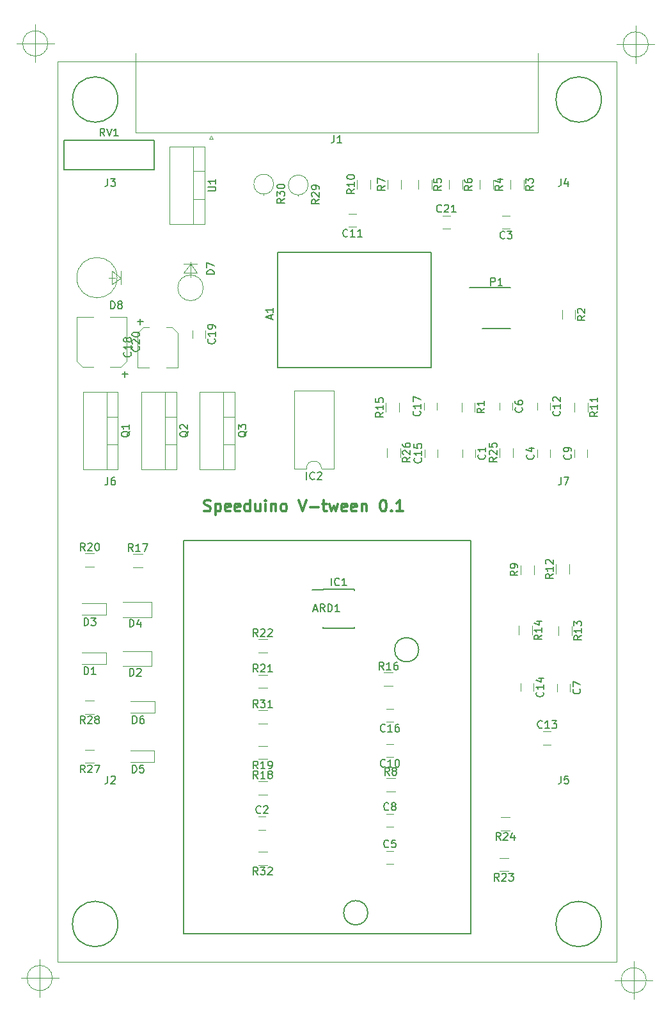
<source format=gbr>
G04 #@! TF.GenerationSoftware,KiCad,Pcbnew,(5.1.4)-1*
G04 #@! TF.CreationDate,2019-11-27T23:22:20+05:00*
G04 #@! TF.ProjectId,speeduino_ntv650,73706565-6475-4696-9e6f-5f6e74763635,rev?*
G04 #@! TF.SameCoordinates,Original*
G04 #@! TF.FileFunction,Legend,Top*
G04 #@! TF.FilePolarity,Positive*
%FSLAX46Y46*%
G04 Gerber Fmt 4.6, Leading zero omitted, Abs format (unit mm)*
G04 Created by KiCad (PCBNEW (5.1.4)-1) date 2019-11-27 23:22:20*
%MOMM*%
%LPD*%
G04 APERTURE LIST*
%ADD10C,0.300000*%
%ADD11C,0.100000*%
%ADD12C,0.150000*%
%ADD13C,0.120000*%
G04 APERTURE END LIST*
D10*
X131497442Y-100408822D02*
X131711728Y-100480251D01*
X132068871Y-100480251D01*
X132211728Y-100408822D01*
X132283157Y-100337394D01*
X132354585Y-100194537D01*
X132354585Y-100051680D01*
X132283157Y-99908822D01*
X132211728Y-99837394D01*
X132068871Y-99765965D01*
X131783157Y-99694537D01*
X131640300Y-99623108D01*
X131568871Y-99551680D01*
X131497442Y-99408822D01*
X131497442Y-99265965D01*
X131568871Y-99123108D01*
X131640300Y-99051680D01*
X131783157Y-98980251D01*
X132140300Y-98980251D01*
X132354585Y-99051680D01*
X132997442Y-99480251D02*
X132997442Y-100980251D01*
X132997442Y-99551680D02*
X133140300Y-99480251D01*
X133426014Y-99480251D01*
X133568871Y-99551680D01*
X133640300Y-99623108D01*
X133711728Y-99765965D01*
X133711728Y-100194537D01*
X133640300Y-100337394D01*
X133568871Y-100408822D01*
X133426014Y-100480251D01*
X133140300Y-100480251D01*
X132997442Y-100408822D01*
X134926014Y-100408822D02*
X134783157Y-100480251D01*
X134497442Y-100480251D01*
X134354585Y-100408822D01*
X134283157Y-100265965D01*
X134283157Y-99694537D01*
X134354585Y-99551680D01*
X134497442Y-99480251D01*
X134783157Y-99480251D01*
X134926014Y-99551680D01*
X134997442Y-99694537D01*
X134997442Y-99837394D01*
X134283157Y-99980251D01*
X136211728Y-100408822D02*
X136068871Y-100480251D01*
X135783157Y-100480251D01*
X135640300Y-100408822D01*
X135568871Y-100265965D01*
X135568871Y-99694537D01*
X135640300Y-99551680D01*
X135783157Y-99480251D01*
X136068871Y-99480251D01*
X136211728Y-99551680D01*
X136283157Y-99694537D01*
X136283157Y-99837394D01*
X135568871Y-99980251D01*
X137568871Y-100480251D02*
X137568871Y-98980251D01*
X137568871Y-100408822D02*
X137426014Y-100480251D01*
X137140300Y-100480251D01*
X136997442Y-100408822D01*
X136926014Y-100337394D01*
X136854585Y-100194537D01*
X136854585Y-99765965D01*
X136926014Y-99623108D01*
X136997442Y-99551680D01*
X137140300Y-99480251D01*
X137426014Y-99480251D01*
X137568871Y-99551680D01*
X138926014Y-99480251D02*
X138926014Y-100480251D01*
X138283157Y-99480251D02*
X138283157Y-100265965D01*
X138354585Y-100408822D01*
X138497442Y-100480251D01*
X138711728Y-100480251D01*
X138854585Y-100408822D01*
X138926014Y-100337394D01*
X139640300Y-100480251D02*
X139640300Y-99480251D01*
X139640300Y-98980251D02*
X139568871Y-99051680D01*
X139640300Y-99123108D01*
X139711728Y-99051680D01*
X139640300Y-98980251D01*
X139640300Y-99123108D01*
X140354585Y-99480251D02*
X140354585Y-100480251D01*
X140354585Y-99623108D02*
X140426014Y-99551680D01*
X140568871Y-99480251D01*
X140783157Y-99480251D01*
X140926014Y-99551680D01*
X140997442Y-99694537D01*
X140997442Y-100480251D01*
X141926014Y-100480251D02*
X141783157Y-100408822D01*
X141711728Y-100337394D01*
X141640300Y-100194537D01*
X141640300Y-99765965D01*
X141711728Y-99623108D01*
X141783157Y-99551680D01*
X141926014Y-99480251D01*
X142140300Y-99480251D01*
X142283157Y-99551680D01*
X142354585Y-99623108D01*
X142426014Y-99765965D01*
X142426014Y-100194537D01*
X142354585Y-100337394D01*
X142283157Y-100408822D01*
X142140300Y-100480251D01*
X141926014Y-100480251D01*
X143997442Y-98980251D02*
X144497442Y-100480251D01*
X144997442Y-98980251D01*
X145497442Y-99908822D02*
X146640300Y-99908822D01*
X147140300Y-99480251D02*
X147711728Y-99480251D01*
X147354585Y-98980251D02*
X147354585Y-100265965D01*
X147426014Y-100408822D01*
X147568871Y-100480251D01*
X147711728Y-100480251D01*
X148068871Y-99480251D02*
X148354585Y-100480251D01*
X148640300Y-99765965D01*
X148926014Y-100480251D01*
X149211728Y-99480251D01*
X150354585Y-100408822D02*
X150211728Y-100480251D01*
X149926014Y-100480251D01*
X149783157Y-100408822D01*
X149711728Y-100265965D01*
X149711728Y-99694537D01*
X149783157Y-99551680D01*
X149926014Y-99480251D01*
X150211728Y-99480251D01*
X150354585Y-99551680D01*
X150426014Y-99694537D01*
X150426014Y-99837394D01*
X149711728Y-99980251D01*
X151640300Y-100408822D02*
X151497442Y-100480251D01*
X151211728Y-100480251D01*
X151068871Y-100408822D01*
X150997442Y-100265965D01*
X150997442Y-99694537D01*
X151068871Y-99551680D01*
X151211728Y-99480251D01*
X151497442Y-99480251D01*
X151640300Y-99551680D01*
X151711728Y-99694537D01*
X151711728Y-99837394D01*
X150997442Y-99980251D01*
X152354585Y-99480251D02*
X152354585Y-100480251D01*
X152354585Y-99623108D02*
X152426014Y-99551680D01*
X152568871Y-99480251D01*
X152783157Y-99480251D01*
X152926014Y-99551680D01*
X152997442Y-99694537D01*
X152997442Y-100480251D01*
X155140300Y-98980251D02*
X155283157Y-98980251D01*
X155426014Y-99051680D01*
X155497442Y-99123108D01*
X155568871Y-99265965D01*
X155640300Y-99551680D01*
X155640300Y-99908822D01*
X155568871Y-100194537D01*
X155497442Y-100337394D01*
X155426014Y-100408822D01*
X155283157Y-100480251D01*
X155140300Y-100480251D01*
X154997442Y-100408822D01*
X154926014Y-100337394D01*
X154854585Y-100194537D01*
X154783157Y-99908822D01*
X154783157Y-99551680D01*
X154854585Y-99265965D01*
X154926014Y-99123108D01*
X154997442Y-99051680D01*
X155140300Y-98980251D01*
X156283157Y-100337394D02*
X156354585Y-100408822D01*
X156283157Y-100480251D01*
X156211728Y-100408822D01*
X156283157Y-100337394D01*
X156283157Y-100480251D01*
X157783157Y-100480251D02*
X156926014Y-100480251D01*
X157354585Y-100480251D02*
X157354585Y-98980251D01*
X157211728Y-99194537D01*
X157068871Y-99337394D01*
X156926014Y-99408822D01*
D11*
X110806666Y-38620000D02*
G75*
G03X110806666Y-38620000I-1666666J0D01*
G01*
X106640000Y-38620000D02*
X111640000Y-38620000D01*
X109140000Y-36120000D02*
X109140000Y-41120000D01*
X190016666Y-162490000D02*
G75*
G03X190016666Y-162490000I-1666666J0D01*
G01*
X185850000Y-162490000D02*
X190850000Y-162490000D01*
X188350000Y-159990000D02*
X188350000Y-164990000D01*
D12*
X184070000Y-155040000D02*
G75*
G03X184070000Y-155040000I-3000000J0D01*
G01*
D11*
X190286666Y-38760000D02*
G75*
G03X190286666Y-38760000I-1666666J0D01*
G01*
X186120000Y-38760000D02*
X191120000Y-38760000D01*
X188620000Y-36260000D02*
X188620000Y-41260000D01*
X111396666Y-162190000D02*
G75*
G03X111396666Y-162190000I-1666666J0D01*
G01*
X107230000Y-162190000D02*
X112230000Y-162190000D01*
X109730000Y-159690000D02*
X109730000Y-164690000D01*
D12*
X120070000Y-155040000D02*
G75*
G03X120070000Y-155040000I-3000000J0D01*
G01*
X184070000Y-46040000D02*
G75*
G03X184070000Y-46040000I-3000000J0D01*
G01*
X120070000Y-46040000D02*
G75*
G03X120070000Y-46040000I-3000000J0D01*
G01*
D11*
X112070000Y-160040000D02*
X112070000Y-41040000D01*
X186070000Y-160040000D02*
X112070000Y-160040000D01*
X186070000Y-41040000D02*
X186070000Y-160040000D01*
X112070000Y-41040000D02*
X186070000Y-41040000D01*
D13*
X124570000Y-114474000D02*
X120720000Y-114474000D01*
X124570000Y-112474000D02*
X120720000Y-112474000D01*
X124570000Y-114474000D02*
X124570000Y-112474000D01*
X124570000Y-120952000D02*
X120720000Y-120952000D01*
X124570000Y-118952000D02*
X120720000Y-118952000D01*
X124570000Y-120952000D02*
X124570000Y-118952000D01*
D12*
X124910000Y-51420000D02*
X112910000Y-51420000D01*
X124910000Y-55320000D02*
X112910000Y-55320000D01*
X112910000Y-55320000D02*
X112910000Y-51420000D01*
X124910000Y-55320000D02*
X124910000Y-51420000D01*
D13*
X132420000Y-50831325D02*
X132670000Y-51264338D01*
X132170000Y-51264338D02*
X132420000Y-50831325D01*
X132670000Y-51264338D02*
X132170000Y-51264338D01*
X122430000Y-50370000D02*
X122430000Y-39890000D01*
X175650000Y-50370000D02*
X122430000Y-50370000D01*
X175650000Y-39890000D02*
X175650000Y-50370000D01*
X145030000Y-94840000D02*
G75*
G02X147030000Y-94840000I1000000J0D01*
G01*
X147030000Y-94840000D02*
X148680000Y-94840000D01*
X148680000Y-94840000D02*
X148680000Y-84560000D01*
X148680000Y-84560000D02*
X143380000Y-84560000D01*
X143380000Y-84560000D02*
X143380000Y-94840000D01*
X143380000Y-94840000D02*
X145030000Y-94840000D01*
X138650000Y-145510000D02*
X139850000Y-145510000D01*
X139850000Y-147270000D02*
X138650000Y-147270000D01*
X139850000Y-128543000D02*
X138650000Y-128543000D01*
X138650000Y-126783000D02*
X139850000Y-126783000D01*
X140690000Y-57230000D02*
G75*
G03X140690000Y-57230000I-1310000J0D01*
G01*
X139380000Y-58540000D02*
X139380000Y-58670000D01*
X145260000Y-57340000D02*
G75*
G03X145260000Y-57340000I-1310000J0D01*
G01*
X143950000Y-58650000D02*
X143950000Y-58780000D01*
X115750000Y-125516000D02*
X116950000Y-125516000D01*
X116950000Y-127276000D02*
X115750000Y-127276000D01*
X115750000Y-131990000D02*
X116950000Y-131990000D01*
X116950000Y-133750000D02*
X115750000Y-133750000D01*
X155730000Y-93310000D02*
X155730000Y-92110000D01*
X157490000Y-92110000D02*
X157490000Y-93310000D01*
X172364000Y-92110000D02*
X172364000Y-93310000D01*
X170604000Y-93310000D02*
X170604000Y-92110000D01*
X170770000Y-140930000D02*
X171970000Y-140930000D01*
X171970000Y-142690000D02*
X170770000Y-142690000D01*
X170570000Y-146310000D02*
X171770000Y-146310000D01*
X171770000Y-148070000D02*
X170570000Y-148070000D01*
X139850000Y-119150000D02*
X138650000Y-119150000D01*
X138650000Y-117390000D02*
X139850000Y-117390000D01*
X139850000Y-123847000D02*
X138650000Y-123847000D01*
X138650000Y-122087000D02*
X139850000Y-122087000D01*
X116950000Y-107810000D02*
X115750000Y-107810000D01*
X115750000Y-106050000D02*
X116950000Y-106050000D01*
X138650000Y-131480000D02*
X139850000Y-131480000D01*
X139850000Y-133240000D02*
X138650000Y-133240000D01*
X139850000Y-137937000D02*
X138650000Y-137937000D01*
X138650000Y-136177000D02*
X139850000Y-136177000D01*
X123320000Y-107890000D02*
X122120000Y-107890000D01*
X122120000Y-106130000D02*
X123320000Y-106130000D01*
X156500000Y-123560000D02*
X155300000Y-123560000D01*
X155300000Y-121800000D02*
X156500000Y-121800000D01*
X157330000Y-86160000D02*
X157330000Y-87360000D01*
X155570000Y-87360000D02*
X155570000Y-86160000D01*
X173160000Y-116800000D02*
X173160000Y-115600000D01*
X174920000Y-115600000D02*
X174920000Y-116800000D01*
X178400000Y-116870000D02*
X178400000Y-115670000D01*
X180160000Y-115670000D02*
X180160000Y-116870000D01*
X179800000Y-107510000D02*
X179800000Y-108710000D01*
X178040000Y-108710000D02*
X178040000Y-107510000D01*
X182300000Y-86100000D02*
X182300000Y-87300000D01*
X180540000Y-87300000D02*
X180540000Y-86100000D01*
X153520000Y-56650000D02*
X153520000Y-57850000D01*
X151760000Y-57850000D02*
X151760000Y-56650000D01*
X175140000Y-107610000D02*
X175140000Y-108810000D01*
X173380000Y-108810000D02*
X173380000Y-107610000D01*
X156775000Y-137500000D02*
X155575000Y-137500000D01*
X155575000Y-135740000D02*
X156775000Y-135740000D01*
X157572000Y-56650000D02*
X157572000Y-57850000D01*
X155812000Y-57850000D02*
X155812000Y-56650000D01*
X121770000Y-125630000D02*
X124970000Y-125630000D01*
X124970000Y-127130000D02*
X121770000Y-127130000D01*
X124970000Y-127130000D02*
X124970000Y-125630000D01*
X121720000Y-132140000D02*
X124920000Y-132140000D01*
X124920000Y-133640000D02*
X121720000Y-133640000D01*
X124920000Y-133640000D02*
X124920000Y-132140000D01*
X115350000Y-112674000D02*
X118550000Y-112674000D01*
X118550000Y-114174000D02*
X115350000Y-114174000D01*
X118550000Y-114174000D02*
X118550000Y-112674000D01*
X115350000Y-119152000D02*
X118550000Y-119152000D01*
X118550000Y-120652000D02*
X115350000Y-120652000D01*
X118550000Y-120652000D02*
X118550000Y-119152000D01*
X131620000Y-77560000D02*
X131620000Y-76560000D01*
X129920000Y-76560000D02*
X129920000Y-77560000D01*
X160600000Y-86100000D02*
X160600000Y-87100000D01*
X162300000Y-87100000D02*
X162300000Y-86100000D01*
X155575000Y-128280000D02*
X156575000Y-128280000D01*
X156575000Y-126580000D02*
X155575000Y-126580000D01*
X160728000Y-92310000D02*
X160728000Y-93310000D01*
X162428000Y-93310000D02*
X162428000Y-92310000D01*
X175080000Y-124230000D02*
X175080000Y-123230000D01*
X173380000Y-123230000D02*
X173380000Y-124230000D01*
X177390000Y-129610000D02*
X176390000Y-129610000D01*
X176390000Y-131310000D02*
X177390000Y-131310000D01*
X177270000Y-87100000D02*
X177270000Y-86100000D01*
X175570000Y-86100000D02*
X175570000Y-87100000D01*
X150630000Y-62850000D02*
X151630000Y-62850000D01*
X151630000Y-61150000D02*
X150630000Y-61150000D01*
X155575000Y-132930000D02*
X156575000Y-132930000D01*
X156575000Y-131230000D02*
X155575000Y-131230000D01*
X182240000Y-93310000D02*
X182240000Y-92310000D01*
X180540000Y-92310000D02*
X180540000Y-93310000D01*
X156575000Y-140460000D02*
X155575000Y-140460000D01*
X155575000Y-142160000D02*
X156575000Y-142160000D01*
X179950000Y-124320000D02*
X179950000Y-123320000D01*
X178250000Y-123320000D02*
X178250000Y-124320000D01*
X172300000Y-87100000D02*
X172300000Y-86100000D01*
X170600000Y-86100000D02*
X170600000Y-87100000D01*
X156575000Y-145380000D02*
X155575000Y-145380000D01*
X155575000Y-147080000D02*
X156575000Y-147080000D01*
X177302000Y-93310000D02*
X177302000Y-92310000D01*
X175602000Y-92310000D02*
X175602000Y-93310000D01*
X163916000Y-57850000D02*
X163916000Y-56650000D01*
X165676000Y-56650000D02*
X165676000Y-57850000D01*
X159864000Y-57850000D02*
X159864000Y-56650000D01*
X161624000Y-56650000D02*
X161624000Y-57850000D01*
X167968000Y-57850000D02*
X167968000Y-56650000D01*
X169728000Y-56650000D02*
X169728000Y-57850000D01*
X172020000Y-57850000D02*
X172020000Y-56650000D01*
X173780000Y-56650000D02*
X173780000Y-57850000D01*
X178860000Y-75070000D02*
X178860000Y-73870000D01*
X180620000Y-73870000D02*
X180620000Y-75070000D01*
X165570000Y-87300000D02*
X165570000Y-86100000D01*
X167330000Y-86100000D02*
X167330000Y-87300000D01*
D12*
X168325700Y-76335000D02*
X172034300Y-76335000D01*
X166655000Y-70935000D02*
X172038600Y-70935000D01*
D13*
X164050000Y-61390000D02*
X163050000Y-61390000D01*
X163050000Y-63090000D02*
X164050000Y-63090000D01*
X170950000Y-63090000D02*
X171950000Y-63090000D01*
X171950000Y-61390000D02*
X170950000Y-61390000D01*
X139650000Y-140873000D02*
X138650000Y-140873000D01*
X138650000Y-142573000D02*
X139650000Y-142573000D01*
X167366000Y-93310000D02*
X167366000Y-92310000D01*
X165666000Y-92310000D02*
X165666000Y-93310000D01*
X119725000Y-69590000D02*
X118910000Y-69590000D01*
X120442667Y-70479000D02*
X120442667Y-68701000D01*
X120442667Y-69590000D02*
X119257333Y-70479000D01*
X119257333Y-70479000D02*
X119257333Y-68701000D01*
X119257333Y-68701000D02*
X120442667Y-69590000D01*
X119975000Y-69590000D02*
G75*
G03X119975000Y-69590000I-2665000J0D01*
G01*
X129690000Y-67550635D02*
X129690000Y-69540000D01*
X130579000Y-67807333D02*
X128801000Y-67807333D01*
X129690000Y-67807333D02*
X130579000Y-68992667D01*
X130579000Y-68992667D02*
X128801000Y-68992667D01*
X128801000Y-68992667D02*
X129690000Y-67807333D01*
X131380635Y-70940000D02*
G75*
G03X131380635Y-70940000I-1690635J0D01*
G01*
X121230000Y-74770000D02*
X119050000Y-74770000D01*
X114630000Y-74770000D02*
X116810000Y-74770000D01*
X120470000Y-81370000D02*
X119050000Y-81370000D01*
X115390000Y-81370000D02*
X116810000Y-81370000D01*
X121230000Y-74770000D02*
X121230000Y-80610000D01*
X121230000Y-80610000D02*
X120470000Y-81370000D01*
X115390000Y-81370000D02*
X114630000Y-80610000D01*
X114630000Y-80610000D02*
X114630000Y-74770000D01*
X128000000Y-81460000D02*
X126450000Y-81460000D01*
X122670000Y-81460000D02*
X124220000Y-81460000D01*
X123430000Y-76120000D02*
X124220000Y-76120000D01*
X127240000Y-76120000D02*
X126450000Y-76120000D01*
X128000000Y-81460000D02*
X128000000Y-76880000D01*
X128000000Y-76880000D02*
X127240000Y-76120000D01*
X123430000Y-76120000D02*
X122670000Y-76880000D01*
X122670000Y-76880000D02*
X122670000Y-81460000D01*
D12*
X128785000Y-104305000D02*
X166785000Y-104305000D01*
X128785000Y-104305000D02*
X128785000Y-156305000D01*
X128755000Y-156355000D02*
X166755000Y-156355000D01*
X166755000Y-156355000D02*
X166785000Y-104305000D01*
X159895000Y-118785000D02*
G75*
G03X159895000Y-118785000I-1600000J0D01*
G01*
X153155000Y-153555000D02*
G75*
G03X153155000Y-153555000I-1600000J0D01*
G01*
D13*
X131580000Y-59231000D02*
X130070000Y-59231000D01*
X131580000Y-55530000D02*
X130070000Y-55530000D01*
X130070000Y-52260000D02*
X130070000Y-62500000D01*
X131580000Y-62500000D02*
X126939000Y-62500000D01*
X131580000Y-52260000D02*
X126939000Y-52260000D01*
X126939000Y-52260000D02*
X126939000Y-62500000D01*
X131580000Y-52260000D02*
X131580000Y-62500000D01*
X135570000Y-91661000D02*
X134060000Y-91661000D01*
X135570000Y-87960000D02*
X134060000Y-87960000D01*
X134060000Y-84690000D02*
X134060000Y-94930000D01*
X135570000Y-94930000D02*
X130929000Y-94930000D01*
X135570000Y-84690000D02*
X130929000Y-84690000D01*
X130929000Y-84690000D02*
X130929000Y-94930000D01*
X135570000Y-84690000D02*
X135570000Y-94930000D01*
X127850000Y-91661000D02*
X126340000Y-91661000D01*
X127850000Y-87960000D02*
X126340000Y-87960000D01*
X126340000Y-84690000D02*
X126340000Y-94930000D01*
X127850000Y-94930000D02*
X123209000Y-94930000D01*
X127850000Y-84690000D02*
X123209000Y-84690000D01*
X123209000Y-84690000D02*
X123209000Y-94930000D01*
X127850000Y-84690000D02*
X127850000Y-94930000D01*
X120090000Y-91661000D02*
X118580000Y-91661000D01*
X120090000Y-87960000D02*
X118580000Y-87960000D01*
X118580000Y-84690000D02*
X118580000Y-94930000D01*
X120090000Y-94930000D02*
X115449000Y-94930000D01*
X120090000Y-84690000D02*
X115449000Y-84690000D01*
X115449000Y-84690000D02*
X115449000Y-94930000D01*
X120090000Y-84690000D02*
X120090000Y-94930000D01*
D12*
X147227000Y-110833000D02*
X145827000Y-110833000D01*
X147227000Y-115933000D02*
X151377000Y-115933000D01*
X147227000Y-110783000D02*
X151377000Y-110783000D01*
X147227000Y-115933000D02*
X147227000Y-115788000D01*
X151377000Y-115933000D02*
X151377000Y-115788000D01*
X151377000Y-110783000D02*
X151377000Y-110928000D01*
X147227000Y-110783000D02*
X147227000Y-110833000D01*
X141200000Y-81480000D02*
X161500000Y-81480000D01*
X161500000Y-81480000D02*
X161500000Y-66280000D01*
X141200000Y-66280000D02*
X161500000Y-66280000D01*
X141200000Y-81480000D02*
X141200000Y-66280000D01*
X121631904Y-115776380D02*
X121631904Y-114776380D01*
X121870000Y-114776380D01*
X122012857Y-114824000D01*
X122108095Y-114919238D01*
X122155714Y-115014476D01*
X122203333Y-115204952D01*
X122203333Y-115347809D01*
X122155714Y-115538285D01*
X122108095Y-115633523D01*
X122012857Y-115728761D01*
X121870000Y-115776380D01*
X121631904Y-115776380D01*
X123060476Y-115109714D02*
X123060476Y-115776380D01*
X122822380Y-114728761D02*
X122584285Y-115443047D01*
X123203333Y-115443047D01*
X121631904Y-122254380D02*
X121631904Y-121254380D01*
X121870000Y-121254380D01*
X122012857Y-121302000D01*
X122108095Y-121397238D01*
X122155714Y-121492476D01*
X122203333Y-121682952D01*
X122203333Y-121825809D01*
X122155714Y-122016285D01*
X122108095Y-122111523D01*
X122012857Y-122206761D01*
X121870000Y-122254380D01*
X121631904Y-122254380D01*
X122584285Y-121349619D02*
X122631904Y-121302000D01*
X122727142Y-121254380D01*
X122965238Y-121254380D01*
X123060476Y-121302000D01*
X123108095Y-121349619D01*
X123155714Y-121444857D01*
X123155714Y-121540095D01*
X123108095Y-121682952D01*
X122536666Y-122254380D01*
X123155714Y-122254380D01*
X118314761Y-50872380D02*
X117981428Y-50396190D01*
X117743333Y-50872380D02*
X117743333Y-49872380D01*
X118124285Y-49872380D01*
X118219523Y-49920000D01*
X118267142Y-49967619D01*
X118314761Y-50062857D01*
X118314761Y-50205714D01*
X118267142Y-50300952D01*
X118219523Y-50348571D01*
X118124285Y-50396190D01*
X117743333Y-50396190D01*
X118600476Y-49872380D02*
X118933809Y-50872380D01*
X119267142Y-49872380D01*
X120124285Y-50872380D02*
X119552857Y-50872380D01*
X119838571Y-50872380D02*
X119838571Y-49872380D01*
X119743333Y-50015238D01*
X119648095Y-50110476D01*
X119552857Y-50158095D01*
X178736666Y-95992380D02*
X178736666Y-96706666D01*
X178689047Y-96849523D01*
X178593809Y-96944761D01*
X178450952Y-96992380D01*
X178355714Y-96992380D01*
X179117619Y-95992380D02*
X179784285Y-95992380D01*
X179355714Y-96992380D01*
X118736666Y-95992380D02*
X118736666Y-96706666D01*
X118689047Y-96849523D01*
X118593809Y-96944761D01*
X118450952Y-96992380D01*
X118355714Y-96992380D01*
X119641428Y-95992380D02*
X119450952Y-95992380D01*
X119355714Y-96040000D01*
X119308095Y-96087619D01*
X119212857Y-96230476D01*
X119165238Y-96420952D01*
X119165238Y-96801904D01*
X119212857Y-96897142D01*
X119260476Y-96944761D01*
X119355714Y-96992380D01*
X119546190Y-96992380D01*
X119641428Y-96944761D01*
X119689047Y-96897142D01*
X119736666Y-96801904D01*
X119736666Y-96563809D01*
X119689047Y-96468571D01*
X119641428Y-96420952D01*
X119546190Y-96373333D01*
X119355714Y-96373333D01*
X119260476Y-96420952D01*
X119212857Y-96468571D01*
X119165238Y-96563809D01*
X178736666Y-135492380D02*
X178736666Y-136206666D01*
X178689047Y-136349523D01*
X178593809Y-136444761D01*
X178450952Y-136492380D01*
X178355714Y-136492380D01*
X179689047Y-135492380D02*
X179212857Y-135492380D01*
X179165238Y-135968571D01*
X179212857Y-135920952D01*
X179308095Y-135873333D01*
X179546190Y-135873333D01*
X179641428Y-135920952D01*
X179689047Y-135968571D01*
X179736666Y-136063809D01*
X179736666Y-136301904D01*
X179689047Y-136397142D01*
X179641428Y-136444761D01*
X179546190Y-136492380D01*
X179308095Y-136492380D01*
X179212857Y-136444761D01*
X179165238Y-136397142D01*
X178736666Y-56492380D02*
X178736666Y-57206666D01*
X178689047Y-57349523D01*
X178593809Y-57444761D01*
X178450952Y-57492380D01*
X178355714Y-57492380D01*
X179641428Y-56825714D02*
X179641428Y-57492380D01*
X179403333Y-56444761D02*
X179165238Y-57159047D01*
X179784285Y-57159047D01*
X118736666Y-56492380D02*
X118736666Y-57206666D01*
X118689047Y-57349523D01*
X118593809Y-57444761D01*
X118450952Y-57492380D01*
X118355714Y-57492380D01*
X119117619Y-56492380D02*
X119736666Y-56492380D01*
X119403333Y-56873333D01*
X119546190Y-56873333D01*
X119641428Y-56920952D01*
X119689047Y-56968571D01*
X119736666Y-57063809D01*
X119736666Y-57301904D01*
X119689047Y-57397142D01*
X119641428Y-57444761D01*
X119546190Y-57492380D01*
X119260476Y-57492380D01*
X119165238Y-57444761D01*
X119117619Y-57397142D01*
X118736666Y-135492380D02*
X118736666Y-136206666D01*
X118689047Y-136349523D01*
X118593809Y-136444761D01*
X118450952Y-136492380D01*
X118355714Y-136492380D01*
X119165238Y-135587619D02*
X119212857Y-135540000D01*
X119308095Y-135492380D01*
X119546190Y-135492380D01*
X119641428Y-135540000D01*
X119689047Y-135587619D01*
X119736666Y-135682857D01*
X119736666Y-135778095D01*
X119689047Y-135920952D01*
X119117619Y-136492380D01*
X119736666Y-136492380D01*
X148706666Y-50762380D02*
X148706666Y-51476666D01*
X148659047Y-51619523D01*
X148563809Y-51714761D01*
X148420952Y-51762380D01*
X148325714Y-51762380D01*
X149706666Y-51762380D02*
X149135238Y-51762380D01*
X149420952Y-51762380D02*
X149420952Y-50762380D01*
X149325714Y-50905238D01*
X149230476Y-51000476D01*
X149135238Y-51048095D01*
X145053809Y-96292380D02*
X145053809Y-95292380D01*
X146101428Y-96197142D02*
X146053809Y-96244761D01*
X145910952Y-96292380D01*
X145815714Y-96292380D01*
X145672857Y-96244761D01*
X145577619Y-96149523D01*
X145530000Y-96054285D01*
X145482380Y-95863809D01*
X145482380Y-95720952D01*
X145530000Y-95530476D01*
X145577619Y-95435238D01*
X145672857Y-95340000D01*
X145815714Y-95292380D01*
X145910952Y-95292380D01*
X146053809Y-95340000D01*
X146101428Y-95387619D01*
X146482380Y-95387619D02*
X146530000Y-95340000D01*
X146625238Y-95292380D01*
X146863333Y-95292380D01*
X146958571Y-95340000D01*
X147006190Y-95387619D01*
X147053809Y-95482857D01*
X147053809Y-95578095D01*
X147006190Y-95720952D01*
X146434761Y-96292380D01*
X147053809Y-96292380D01*
X138607142Y-148542380D02*
X138273809Y-148066190D01*
X138035714Y-148542380D02*
X138035714Y-147542380D01*
X138416666Y-147542380D01*
X138511904Y-147590000D01*
X138559523Y-147637619D01*
X138607142Y-147732857D01*
X138607142Y-147875714D01*
X138559523Y-147970952D01*
X138511904Y-148018571D01*
X138416666Y-148066190D01*
X138035714Y-148066190D01*
X138940476Y-147542380D02*
X139559523Y-147542380D01*
X139226190Y-147923333D01*
X139369047Y-147923333D01*
X139464285Y-147970952D01*
X139511904Y-148018571D01*
X139559523Y-148113809D01*
X139559523Y-148351904D01*
X139511904Y-148447142D01*
X139464285Y-148494761D01*
X139369047Y-148542380D01*
X139083333Y-148542380D01*
X138988095Y-148494761D01*
X138940476Y-148447142D01*
X139940476Y-147637619D02*
X139988095Y-147590000D01*
X140083333Y-147542380D01*
X140321428Y-147542380D01*
X140416666Y-147590000D01*
X140464285Y-147637619D01*
X140511904Y-147732857D01*
X140511904Y-147828095D01*
X140464285Y-147970952D01*
X139892857Y-148542380D01*
X140511904Y-148542380D01*
X138607142Y-126415380D02*
X138273809Y-125939190D01*
X138035714Y-126415380D02*
X138035714Y-125415380D01*
X138416666Y-125415380D01*
X138511904Y-125463000D01*
X138559523Y-125510619D01*
X138607142Y-125605857D01*
X138607142Y-125748714D01*
X138559523Y-125843952D01*
X138511904Y-125891571D01*
X138416666Y-125939190D01*
X138035714Y-125939190D01*
X138940476Y-125415380D02*
X139559523Y-125415380D01*
X139226190Y-125796333D01*
X139369047Y-125796333D01*
X139464285Y-125843952D01*
X139511904Y-125891571D01*
X139559523Y-125986809D01*
X139559523Y-126224904D01*
X139511904Y-126320142D01*
X139464285Y-126367761D01*
X139369047Y-126415380D01*
X139083333Y-126415380D01*
X138988095Y-126367761D01*
X138940476Y-126320142D01*
X140511904Y-126415380D02*
X139940476Y-126415380D01*
X140226190Y-126415380D02*
X140226190Y-125415380D01*
X140130952Y-125558238D01*
X140035714Y-125653476D01*
X139940476Y-125701095D01*
X142142380Y-59142857D02*
X141666190Y-59476190D01*
X142142380Y-59714285D02*
X141142380Y-59714285D01*
X141142380Y-59333333D01*
X141190000Y-59238095D01*
X141237619Y-59190476D01*
X141332857Y-59142857D01*
X141475714Y-59142857D01*
X141570952Y-59190476D01*
X141618571Y-59238095D01*
X141666190Y-59333333D01*
X141666190Y-59714285D01*
X141142380Y-58809523D02*
X141142380Y-58190476D01*
X141523333Y-58523809D01*
X141523333Y-58380952D01*
X141570952Y-58285714D01*
X141618571Y-58238095D01*
X141713809Y-58190476D01*
X141951904Y-58190476D01*
X142047142Y-58238095D01*
X142094761Y-58285714D01*
X142142380Y-58380952D01*
X142142380Y-58666666D01*
X142094761Y-58761904D01*
X142047142Y-58809523D01*
X141142380Y-57571428D02*
X141142380Y-57476190D01*
X141190000Y-57380952D01*
X141237619Y-57333333D01*
X141332857Y-57285714D01*
X141523333Y-57238095D01*
X141761428Y-57238095D01*
X141951904Y-57285714D01*
X142047142Y-57333333D01*
X142094761Y-57380952D01*
X142142380Y-57476190D01*
X142142380Y-57571428D01*
X142094761Y-57666666D01*
X142047142Y-57714285D01*
X141951904Y-57761904D01*
X141761428Y-57809523D01*
X141523333Y-57809523D01*
X141332857Y-57761904D01*
X141237619Y-57714285D01*
X141190000Y-57666666D01*
X141142380Y-57571428D01*
X146712380Y-59252857D02*
X146236190Y-59586190D01*
X146712380Y-59824285D02*
X145712380Y-59824285D01*
X145712380Y-59443333D01*
X145760000Y-59348095D01*
X145807619Y-59300476D01*
X145902857Y-59252857D01*
X146045714Y-59252857D01*
X146140952Y-59300476D01*
X146188571Y-59348095D01*
X146236190Y-59443333D01*
X146236190Y-59824285D01*
X145807619Y-58871904D02*
X145760000Y-58824285D01*
X145712380Y-58729047D01*
X145712380Y-58490952D01*
X145760000Y-58395714D01*
X145807619Y-58348095D01*
X145902857Y-58300476D01*
X145998095Y-58300476D01*
X146140952Y-58348095D01*
X146712380Y-58919523D01*
X146712380Y-58300476D01*
X146712380Y-57824285D02*
X146712380Y-57633809D01*
X146664761Y-57538571D01*
X146617142Y-57490952D01*
X146474285Y-57395714D01*
X146283809Y-57348095D01*
X145902857Y-57348095D01*
X145807619Y-57395714D01*
X145760000Y-57443333D01*
X145712380Y-57538571D01*
X145712380Y-57729047D01*
X145760000Y-57824285D01*
X145807619Y-57871904D01*
X145902857Y-57919523D01*
X146140952Y-57919523D01*
X146236190Y-57871904D01*
X146283809Y-57824285D01*
X146331428Y-57729047D01*
X146331428Y-57538571D01*
X146283809Y-57443333D01*
X146236190Y-57395714D01*
X146140952Y-57348095D01*
X115707142Y-128548380D02*
X115373809Y-128072190D01*
X115135714Y-128548380D02*
X115135714Y-127548380D01*
X115516666Y-127548380D01*
X115611904Y-127596000D01*
X115659523Y-127643619D01*
X115707142Y-127738857D01*
X115707142Y-127881714D01*
X115659523Y-127976952D01*
X115611904Y-128024571D01*
X115516666Y-128072190D01*
X115135714Y-128072190D01*
X116088095Y-127643619D02*
X116135714Y-127596000D01*
X116230952Y-127548380D01*
X116469047Y-127548380D01*
X116564285Y-127596000D01*
X116611904Y-127643619D01*
X116659523Y-127738857D01*
X116659523Y-127834095D01*
X116611904Y-127976952D01*
X116040476Y-128548380D01*
X116659523Y-128548380D01*
X117230952Y-127976952D02*
X117135714Y-127929333D01*
X117088095Y-127881714D01*
X117040476Y-127786476D01*
X117040476Y-127738857D01*
X117088095Y-127643619D01*
X117135714Y-127596000D01*
X117230952Y-127548380D01*
X117421428Y-127548380D01*
X117516666Y-127596000D01*
X117564285Y-127643619D01*
X117611904Y-127738857D01*
X117611904Y-127786476D01*
X117564285Y-127881714D01*
X117516666Y-127929333D01*
X117421428Y-127976952D01*
X117230952Y-127976952D01*
X117135714Y-128024571D01*
X117088095Y-128072190D01*
X117040476Y-128167428D01*
X117040476Y-128357904D01*
X117088095Y-128453142D01*
X117135714Y-128500761D01*
X117230952Y-128548380D01*
X117421428Y-128548380D01*
X117516666Y-128500761D01*
X117564285Y-128453142D01*
X117611904Y-128357904D01*
X117611904Y-128167428D01*
X117564285Y-128072190D01*
X117516666Y-128024571D01*
X117421428Y-127976952D01*
X115707142Y-135022380D02*
X115373809Y-134546190D01*
X115135714Y-135022380D02*
X115135714Y-134022380D01*
X115516666Y-134022380D01*
X115611904Y-134070000D01*
X115659523Y-134117619D01*
X115707142Y-134212857D01*
X115707142Y-134355714D01*
X115659523Y-134450952D01*
X115611904Y-134498571D01*
X115516666Y-134546190D01*
X115135714Y-134546190D01*
X116088095Y-134117619D02*
X116135714Y-134070000D01*
X116230952Y-134022380D01*
X116469047Y-134022380D01*
X116564285Y-134070000D01*
X116611904Y-134117619D01*
X116659523Y-134212857D01*
X116659523Y-134308095D01*
X116611904Y-134450952D01*
X116040476Y-135022380D01*
X116659523Y-135022380D01*
X116992857Y-134022380D02*
X117659523Y-134022380D01*
X117230952Y-135022380D01*
X158762380Y-93352857D02*
X158286190Y-93686190D01*
X158762380Y-93924285D02*
X157762380Y-93924285D01*
X157762380Y-93543333D01*
X157810000Y-93448095D01*
X157857619Y-93400476D01*
X157952857Y-93352857D01*
X158095714Y-93352857D01*
X158190952Y-93400476D01*
X158238571Y-93448095D01*
X158286190Y-93543333D01*
X158286190Y-93924285D01*
X157857619Y-92971904D02*
X157810000Y-92924285D01*
X157762380Y-92829047D01*
X157762380Y-92590952D01*
X157810000Y-92495714D01*
X157857619Y-92448095D01*
X157952857Y-92400476D01*
X158048095Y-92400476D01*
X158190952Y-92448095D01*
X158762380Y-93019523D01*
X158762380Y-92400476D01*
X157762380Y-91543333D02*
X157762380Y-91733809D01*
X157810000Y-91829047D01*
X157857619Y-91876666D01*
X158000476Y-91971904D01*
X158190952Y-92019523D01*
X158571904Y-92019523D01*
X158667142Y-91971904D01*
X158714761Y-91924285D01*
X158762380Y-91829047D01*
X158762380Y-91638571D01*
X158714761Y-91543333D01*
X158667142Y-91495714D01*
X158571904Y-91448095D01*
X158333809Y-91448095D01*
X158238571Y-91495714D01*
X158190952Y-91543333D01*
X158143333Y-91638571D01*
X158143333Y-91829047D01*
X158190952Y-91924285D01*
X158238571Y-91971904D01*
X158333809Y-92019523D01*
X170236380Y-93352857D02*
X169760190Y-93686190D01*
X170236380Y-93924285D02*
X169236380Y-93924285D01*
X169236380Y-93543333D01*
X169284000Y-93448095D01*
X169331619Y-93400476D01*
X169426857Y-93352857D01*
X169569714Y-93352857D01*
X169664952Y-93400476D01*
X169712571Y-93448095D01*
X169760190Y-93543333D01*
X169760190Y-93924285D01*
X169331619Y-92971904D02*
X169284000Y-92924285D01*
X169236380Y-92829047D01*
X169236380Y-92590952D01*
X169284000Y-92495714D01*
X169331619Y-92448095D01*
X169426857Y-92400476D01*
X169522095Y-92400476D01*
X169664952Y-92448095D01*
X170236380Y-93019523D01*
X170236380Y-92400476D01*
X169236380Y-91495714D02*
X169236380Y-91971904D01*
X169712571Y-92019523D01*
X169664952Y-91971904D01*
X169617333Y-91876666D01*
X169617333Y-91638571D01*
X169664952Y-91543333D01*
X169712571Y-91495714D01*
X169807809Y-91448095D01*
X170045904Y-91448095D01*
X170141142Y-91495714D01*
X170188761Y-91543333D01*
X170236380Y-91638571D01*
X170236380Y-91876666D01*
X170188761Y-91971904D01*
X170141142Y-92019523D01*
X170727142Y-143962380D02*
X170393809Y-143486190D01*
X170155714Y-143962380D02*
X170155714Y-142962380D01*
X170536666Y-142962380D01*
X170631904Y-143010000D01*
X170679523Y-143057619D01*
X170727142Y-143152857D01*
X170727142Y-143295714D01*
X170679523Y-143390952D01*
X170631904Y-143438571D01*
X170536666Y-143486190D01*
X170155714Y-143486190D01*
X171108095Y-143057619D02*
X171155714Y-143010000D01*
X171250952Y-142962380D01*
X171489047Y-142962380D01*
X171584285Y-143010000D01*
X171631904Y-143057619D01*
X171679523Y-143152857D01*
X171679523Y-143248095D01*
X171631904Y-143390952D01*
X171060476Y-143962380D01*
X171679523Y-143962380D01*
X172536666Y-143295714D02*
X172536666Y-143962380D01*
X172298571Y-142914761D02*
X172060476Y-143629047D01*
X172679523Y-143629047D01*
X170527142Y-149342380D02*
X170193809Y-148866190D01*
X169955714Y-149342380D02*
X169955714Y-148342380D01*
X170336666Y-148342380D01*
X170431904Y-148390000D01*
X170479523Y-148437619D01*
X170527142Y-148532857D01*
X170527142Y-148675714D01*
X170479523Y-148770952D01*
X170431904Y-148818571D01*
X170336666Y-148866190D01*
X169955714Y-148866190D01*
X170908095Y-148437619D02*
X170955714Y-148390000D01*
X171050952Y-148342380D01*
X171289047Y-148342380D01*
X171384285Y-148390000D01*
X171431904Y-148437619D01*
X171479523Y-148532857D01*
X171479523Y-148628095D01*
X171431904Y-148770952D01*
X170860476Y-149342380D01*
X171479523Y-149342380D01*
X171812857Y-148342380D02*
X172431904Y-148342380D01*
X172098571Y-148723333D01*
X172241428Y-148723333D01*
X172336666Y-148770952D01*
X172384285Y-148818571D01*
X172431904Y-148913809D01*
X172431904Y-149151904D01*
X172384285Y-149247142D01*
X172336666Y-149294761D01*
X172241428Y-149342380D01*
X171955714Y-149342380D01*
X171860476Y-149294761D01*
X171812857Y-149247142D01*
X138607142Y-117022380D02*
X138273809Y-116546190D01*
X138035714Y-117022380D02*
X138035714Y-116022380D01*
X138416666Y-116022380D01*
X138511904Y-116070000D01*
X138559523Y-116117619D01*
X138607142Y-116212857D01*
X138607142Y-116355714D01*
X138559523Y-116450952D01*
X138511904Y-116498571D01*
X138416666Y-116546190D01*
X138035714Y-116546190D01*
X138988095Y-116117619D02*
X139035714Y-116070000D01*
X139130952Y-116022380D01*
X139369047Y-116022380D01*
X139464285Y-116070000D01*
X139511904Y-116117619D01*
X139559523Y-116212857D01*
X139559523Y-116308095D01*
X139511904Y-116450952D01*
X138940476Y-117022380D01*
X139559523Y-117022380D01*
X139940476Y-116117619D02*
X139988095Y-116070000D01*
X140083333Y-116022380D01*
X140321428Y-116022380D01*
X140416666Y-116070000D01*
X140464285Y-116117619D01*
X140511904Y-116212857D01*
X140511904Y-116308095D01*
X140464285Y-116450952D01*
X139892857Y-117022380D01*
X140511904Y-117022380D01*
X138607142Y-121719380D02*
X138273809Y-121243190D01*
X138035714Y-121719380D02*
X138035714Y-120719380D01*
X138416666Y-120719380D01*
X138511904Y-120767000D01*
X138559523Y-120814619D01*
X138607142Y-120909857D01*
X138607142Y-121052714D01*
X138559523Y-121147952D01*
X138511904Y-121195571D01*
X138416666Y-121243190D01*
X138035714Y-121243190D01*
X138988095Y-120814619D02*
X139035714Y-120767000D01*
X139130952Y-120719380D01*
X139369047Y-120719380D01*
X139464285Y-120767000D01*
X139511904Y-120814619D01*
X139559523Y-120909857D01*
X139559523Y-121005095D01*
X139511904Y-121147952D01*
X138940476Y-121719380D01*
X139559523Y-121719380D01*
X140511904Y-121719380D02*
X139940476Y-121719380D01*
X140226190Y-121719380D02*
X140226190Y-120719380D01*
X140130952Y-120862238D01*
X140035714Y-120957476D01*
X139940476Y-121005095D01*
X115707142Y-105682380D02*
X115373809Y-105206190D01*
X115135714Y-105682380D02*
X115135714Y-104682380D01*
X115516666Y-104682380D01*
X115611904Y-104730000D01*
X115659523Y-104777619D01*
X115707142Y-104872857D01*
X115707142Y-105015714D01*
X115659523Y-105110952D01*
X115611904Y-105158571D01*
X115516666Y-105206190D01*
X115135714Y-105206190D01*
X116088095Y-104777619D02*
X116135714Y-104730000D01*
X116230952Y-104682380D01*
X116469047Y-104682380D01*
X116564285Y-104730000D01*
X116611904Y-104777619D01*
X116659523Y-104872857D01*
X116659523Y-104968095D01*
X116611904Y-105110952D01*
X116040476Y-105682380D01*
X116659523Y-105682380D01*
X117278571Y-104682380D02*
X117373809Y-104682380D01*
X117469047Y-104730000D01*
X117516666Y-104777619D01*
X117564285Y-104872857D01*
X117611904Y-105063333D01*
X117611904Y-105301428D01*
X117564285Y-105491904D01*
X117516666Y-105587142D01*
X117469047Y-105634761D01*
X117373809Y-105682380D01*
X117278571Y-105682380D01*
X117183333Y-105634761D01*
X117135714Y-105587142D01*
X117088095Y-105491904D01*
X117040476Y-105301428D01*
X117040476Y-105063333D01*
X117088095Y-104872857D01*
X117135714Y-104777619D01*
X117183333Y-104730000D01*
X117278571Y-104682380D01*
X138607142Y-134512380D02*
X138273809Y-134036190D01*
X138035714Y-134512380D02*
X138035714Y-133512380D01*
X138416666Y-133512380D01*
X138511904Y-133560000D01*
X138559523Y-133607619D01*
X138607142Y-133702857D01*
X138607142Y-133845714D01*
X138559523Y-133940952D01*
X138511904Y-133988571D01*
X138416666Y-134036190D01*
X138035714Y-134036190D01*
X139559523Y-134512380D02*
X138988095Y-134512380D01*
X139273809Y-134512380D02*
X139273809Y-133512380D01*
X139178571Y-133655238D01*
X139083333Y-133750476D01*
X138988095Y-133798095D01*
X140035714Y-134512380D02*
X140226190Y-134512380D01*
X140321428Y-134464761D01*
X140369047Y-134417142D01*
X140464285Y-134274285D01*
X140511904Y-134083809D01*
X140511904Y-133702857D01*
X140464285Y-133607619D01*
X140416666Y-133560000D01*
X140321428Y-133512380D01*
X140130952Y-133512380D01*
X140035714Y-133560000D01*
X139988095Y-133607619D01*
X139940476Y-133702857D01*
X139940476Y-133940952D01*
X139988095Y-134036190D01*
X140035714Y-134083809D01*
X140130952Y-134131428D01*
X140321428Y-134131428D01*
X140416666Y-134083809D01*
X140464285Y-134036190D01*
X140511904Y-133940952D01*
X138607142Y-135809380D02*
X138273809Y-135333190D01*
X138035714Y-135809380D02*
X138035714Y-134809380D01*
X138416666Y-134809380D01*
X138511904Y-134857000D01*
X138559523Y-134904619D01*
X138607142Y-134999857D01*
X138607142Y-135142714D01*
X138559523Y-135237952D01*
X138511904Y-135285571D01*
X138416666Y-135333190D01*
X138035714Y-135333190D01*
X139559523Y-135809380D02*
X138988095Y-135809380D01*
X139273809Y-135809380D02*
X139273809Y-134809380D01*
X139178571Y-134952238D01*
X139083333Y-135047476D01*
X138988095Y-135095095D01*
X140130952Y-135237952D02*
X140035714Y-135190333D01*
X139988095Y-135142714D01*
X139940476Y-135047476D01*
X139940476Y-134999857D01*
X139988095Y-134904619D01*
X140035714Y-134857000D01*
X140130952Y-134809380D01*
X140321428Y-134809380D01*
X140416666Y-134857000D01*
X140464285Y-134904619D01*
X140511904Y-134999857D01*
X140511904Y-135047476D01*
X140464285Y-135142714D01*
X140416666Y-135190333D01*
X140321428Y-135237952D01*
X140130952Y-135237952D01*
X140035714Y-135285571D01*
X139988095Y-135333190D01*
X139940476Y-135428428D01*
X139940476Y-135618904D01*
X139988095Y-135714142D01*
X140035714Y-135761761D01*
X140130952Y-135809380D01*
X140321428Y-135809380D01*
X140416666Y-135761761D01*
X140464285Y-135714142D01*
X140511904Y-135618904D01*
X140511904Y-135428428D01*
X140464285Y-135333190D01*
X140416666Y-135285571D01*
X140321428Y-135237952D01*
X122077142Y-105762380D02*
X121743809Y-105286190D01*
X121505714Y-105762380D02*
X121505714Y-104762380D01*
X121886666Y-104762380D01*
X121981904Y-104810000D01*
X122029523Y-104857619D01*
X122077142Y-104952857D01*
X122077142Y-105095714D01*
X122029523Y-105190952D01*
X121981904Y-105238571D01*
X121886666Y-105286190D01*
X121505714Y-105286190D01*
X123029523Y-105762380D02*
X122458095Y-105762380D01*
X122743809Y-105762380D02*
X122743809Y-104762380D01*
X122648571Y-104905238D01*
X122553333Y-105000476D01*
X122458095Y-105048095D01*
X123362857Y-104762380D02*
X124029523Y-104762380D01*
X123600952Y-105762380D01*
X155257142Y-121432380D02*
X154923809Y-120956190D01*
X154685714Y-121432380D02*
X154685714Y-120432380D01*
X155066666Y-120432380D01*
X155161904Y-120480000D01*
X155209523Y-120527619D01*
X155257142Y-120622857D01*
X155257142Y-120765714D01*
X155209523Y-120860952D01*
X155161904Y-120908571D01*
X155066666Y-120956190D01*
X154685714Y-120956190D01*
X156209523Y-121432380D02*
X155638095Y-121432380D01*
X155923809Y-121432380D02*
X155923809Y-120432380D01*
X155828571Y-120575238D01*
X155733333Y-120670476D01*
X155638095Y-120718095D01*
X157066666Y-120432380D02*
X156876190Y-120432380D01*
X156780952Y-120480000D01*
X156733333Y-120527619D01*
X156638095Y-120670476D01*
X156590476Y-120860952D01*
X156590476Y-121241904D01*
X156638095Y-121337142D01*
X156685714Y-121384761D01*
X156780952Y-121432380D01*
X156971428Y-121432380D01*
X157066666Y-121384761D01*
X157114285Y-121337142D01*
X157161904Y-121241904D01*
X157161904Y-121003809D01*
X157114285Y-120908571D01*
X157066666Y-120860952D01*
X156971428Y-120813333D01*
X156780952Y-120813333D01*
X156685714Y-120860952D01*
X156638095Y-120908571D01*
X156590476Y-121003809D01*
X155202380Y-87402857D02*
X154726190Y-87736190D01*
X155202380Y-87974285D02*
X154202380Y-87974285D01*
X154202380Y-87593333D01*
X154250000Y-87498095D01*
X154297619Y-87450476D01*
X154392857Y-87402857D01*
X154535714Y-87402857D01*
X154630952Y-87450476D01*
X154678571Y-87498095D01*
X154726190Y-87593333D01*
X154726190Y-87974285D01*
X155202380Y-86450476D02*
X155202380Y-87021904D01*
X155202380Y-86736190D02*
X154202380Y-86736190D01*
X154345238Y-86831428D01*
X154440476Y-86926666D01*
X154488095Y-87021904D01*
X154202380Y-85545714D02*
X154202380Y-86021904D01*
X154678571Y-86069523D01*
X154630952Y-86021904D01*
X154583333Y-85926666D01*
X154583333Y-85688571D01*
X154630952Y-85593333D01*
X154678571Y-85545714D01*
X154773809Y-85498095D01*
X155011904Y-85498095D01*
X155107142Y-85545714D01*
X155154761Y-85593333D01*
X155202380Y-85688571D01*
X155202380Y-85926666D01*
X155154761Y-86021904D01*
X155107142Y-86069523D01*
X176192380Y-116842857D02*
X175716190Y-117176190D01*
X176192380Y-117414285D02*
X175192380Y-117414285D01*
X175192380Y-117033333D01*
X175240000Y-116938095D01*
X175287619Y-116890476D01*
X175382857Y-116842857D01*
X175525714Y-116842857D01*
X175620952Y-116890476D01*
X175668571Y-116938095D01*
X175716190Y-117033333D01*
X175716190Y-117414285D01*
X176192380Y-115890476D02*
X176192380Y-116461904D01*
X176192380Y-116176190D02*
X175192380Y-116176190D01*
X175335238Y-116271428D01*
X175430476Y-116366666D01*
X175478095Y-116461904D01*
X175525714Y-115033333D02*
X176192380Y-115033333D01*
X175144761Y-115271428D02*
X175859047Y-115509523D01*
X175859047Y-114890476D01*
X181432380Y-116912857D02*
X180956190Y-117246190D01*
X181432380Y-117484285D02*
X180432380Y-117484285D01*
X180432380Y-117103333D01*
X180480000Y-117008095D01*
X180527619Y-116960476D01*
X180622857Y-116912857D01*
X180765714Y-116912857D01*
X180860952Y-116960476D01*
X180908571Y-117008095D01*
X180956190Y-117103333D01*
X180956190Y-117484285D01*
X181432380Y-115960476D02*
X181432380Y-116531904D01*
X181432380Y-116246190D02*
X180432380Y-116246190D01*
X180575238Y-116341428D01*
X180670476Y-116436666D01*
X180718095Y-116531904D01*
X180432380Y-115627142D02*
X180432380Y-115008095D01*
X180813333Y-115341428D01*
X180813333Y-115198571D01*
X180860952Y-115103333D01*
X180908571Y-115055714D01*
X181003809Y-115008095D01*
X181241904Y-115008095D01*
X181337142Y-115055714D01*
X181384761Y-115103333D01*
X181432380Y-115198571D01*
X181432380Y-115484285D01*
X181384761Y-115579523D01*
X181337142Y-115627142D01*
X177672380Y-108752857D02*
X177196190Y-109086190D01*
X177672380Y-109324285D02*
X176672380Y-109324285D01*
X176672380Y-108943333D01*
X176720000Y-108848095D01*
X176767619Y-108800476D01*
X176862857Y-108752857D01*
X177005714Y-108752857D01*
X177100952Y-108800476D01*
X177148571Y-108848095D01*
X177196190Y-108943333D01*
X177196190Y-109324285D01*
X177672380Y-107800476D02*
X177672380Y-108371904D01*
X177672380Y-108086190D02*
X176672380Y-108086190D01*
X176815238Y-108181428D01*
X176910476Y-108276666D01*
X176958095Y-108371904D01*
X176767619Y-107419523D02*
X176720000Y-107371904D01*
X176672380Y-107276666D01*
X176672380Y-107038571D01*
X176720000Y-106943333D01*
X176767619Y-106895714D01*
X176862857Y-106848095D01*
X176958095Y-106848095D01*
X177100952Y-106895714D01*
X177672380Y-107467142D01*
X177672380Y-106848095D01*
X183572380Y-87342857D02*
X183096190Y-87676190D01*
X183572380Y-87914285D02*
X182572380Y-87914285D01*
X182572380Y-87533333D01*
X182620000Y-87438095D01*
X182667619Y-87390476D01*
X182762857Y-87342857D01*
X182905714Y-87342857D01*
X183000952Y-87390476D01*
X183048571Y-87438095D01*
X183096190Y-87533333D01*
X183096190Y-87914285D01*
X183572380Y-86390476D02*
X183572380Y-86961904D01*
X183572380Y-86676190D02*
X182572380Y-86676190D01*
X182715238Y-86771428D01*
X182810476Y-86866666D01*
X182858095Y-86961904D01*
X183572380Y-85438095D02*
X183572380Y-86009523D01*
X183572380Y-85723809D02*
X182572380Y-85723809D01*
X182715238Y-85819047D01*
X182810476Y-85914285D01*
X182858095Y-86009523D01*
X151392380Y-57892857D02*
X150916190Y-58226190D01*
X151392380Y-58464285D02*
X150392380Y-58464285D01*
X150392380Y-58083333D01*
X150440000Y-57988095D01*
X150487619Y-57940476D01*
X150582857Y-57892857D01*
X150725714Y-57892857D01*
X150820952Y-57940476D01*
X150868571Y-57988095D01*
X150916190Y-58083333D01*
X150916190Y-58464285D01*
X151392380Y-56940476D02*
X151392380Y-57511904D01*
X151392380Y-57226190D02*
X150392380Y-57226190D01*
X150535238Y-57321428D01*
X150630476Y-57416666D01*
X150678095Y-57511904D01*
X150392380Y-56321428D02*
X150392380Y-56226190D01*
X150440000Y-56130952D01*
X150487619Y-56083333D01*
X150582857Y-56035714D01*
X150773333Y-55988095D01*
X151011428Y-55988095D01*
X151201904Y-56035714D01*
X151297142Y-56083333D01*
X151344761Y-56130952D01*
X151392380Y-56226190D01*
X151392380Y-56321428D01*
X151344761Y-56416666D01*
X151297142Y-56464285D01*
X151201904Y-56511904D01*
X151011428Y-56559523D01*
X150773333Y-56559523D01*
X150582857Y-56511904D01*
X150487619Y-56464285D01*
X150440000Y-56416666D01*
X150392380Y-56321428D01*
X173012380Y-108376666D02*
X172536190Y-108710000D01*
X173012380Y-108948095D02*
X172012380Y-108948095D01*
X172012380Y-108567142D01*
X172060000Y-108471904D01*
X172107619Y-108424285D01*
X172202857Y-108376666D01*
X172345714Y-108376666D01*
X172440952Y-108424285D01*
X172488571Y-108471904D01*
X172536190Y-108567142D01*
X172536190Y-108948095D01*
X173012380Y-107900476D02*
X173012380Y-107710000D01*
X172964761Y-107614761D01*
X172917142Y-107567142D01*
X172774285Y-107471904D01*
X172583809Y-107424285D01*
X172202857Y-107424285D01*
X172107619Y-107471904D01*
X172060000Y-107519523D01*
X172012380Y-107614761D01*
X172012380Y-107805238D01*
X172060000Y-107900476D01*
X172107619Y-107948095D01*
X172202857Y-107995714D01*
X172440952Y-107995714D01*
X172536190Y-107948095D01*
X172583809Y-107900476D01*
X172631428Y-107805238D01*
X172631428Y-107614761D01*
X172583809Y-107519523D01*
X172536190Y-107471904D01*
X172440952Y-107424285D01*
X156008333Y-135372380D02*
X155675000Y-134896190D01*
X155436904Y-135372380D02*
X155436904Y-134372380D01*
X155817857Y-134372380D01*
X155913095Y-134420000D01*
X155960714Y-134467619D01*
X156008333Y-134562857D01*
X156008333Y-134705714D01*
X155960714Y-134800952D01*
X155913095Y-134848571D01*
X155817857Y-134896190D01*
X155436904Y-134896190D01*
X156579761Y-134800952D02*
X156484523Y-134753333D01*
X156436904Y-134705714D01*
X156389285Y-134610476D01*
X156389285Y-134562857D01*
X156436904Y-134467619D01*
X156484523Y-134420000D01*
X156579761Y-134372380D01*
X156770238Y-134372380D01*
X156865476Y-134420000D01*
X156913095Y-134467619D01*
X156960714Y-134562857D01*
X156960714Y-134610476D01*
X156913095Y-134705714D01*
X156865476Y-134753333D01*
X156770238Y-134800952D01*
X156579761Y-134800952D01*
X156484523Y-134848571D01*
X156436904Y-134896190D01*
X156389285Y-134991428D01*
X156389285Y-135181904D01*
X156436904Y-135277142D01*
X156484523Y-135324761D01*
X156579761Y-135372380D01*
X156770238Y-135372380D01*
X156865476Y-135324761D01*
X156913095Y-135277142D01*
X156960714Y-135181904D01*
X156960714Y-134991428D01*
X156913095Y-134896190D01*
X156865476Y-134848571D01*
X156770238Y-134800952D01*
X155444380Y-57416666D02*
X154968190Y-57750000D01*
X155444380Y-57988095D02*
X154444380Y-57988095D01*
X154444380Y-57607142D01*
X154492000Y-57511904D01*
X154539619Y-57464285D01*
X154634857Y-57416666D01*
X154777714Y-57416666D01*
X154872952Y-57464285D01*
X154920571Y-57511904D01*
X154968190Y-57607142D01*
X154968190Y-57988095D01*
X154444380Y-57083333D02*
X154444380Y-56416666D01*
X155444380Y-56845238D01*
X122031904Y-128532380D02*
X122031904Y-127532380D01*
X122270000Y-127532380D01*
X122412857Y-127580000D01*
X122508095Y-127675238D01*
X122555714Y-127770476D01*
X122603333Y-127960952D01*
X122603333Y-128103809D01*
X122555714Y-128294285D01*
X122508095Y-128389523D01*
X122412857Y-128484761D01*
X122270000Y-128532380D01*
X122031904Y-128532380D01*
X123460476Y-127532380D02*
X123270000Y-127532380D01*
X123174761Y-127580000D01*
X123127142Y-127627619D01*
X123031904Y-127770476D01*
X122984285Y-127960952D01*
X122984285Y-128341904D01*
X123031904Y-128437142D01*
X123079523Y-128484761D01*
X123174761Y-128532380D01*
X123365238Y-128532380D01*
X123460476Y-128484761D01*
X123508095Y-128437142D01*
X123555714Y-128341904D01*
X123555714Y-128103809D01*
X123508095Y-128008571D01*
X123460476Y-127960952D01*
X123365238Y-127913333D01*
X123174761Y-127913333D01*
X123079523Y-127960952D01*
X123031904Y-128008571D01*
X122984285Y-128103809D01*
X121981904Y-135042380D02*
X121981904Y-134042380D01*
X122220000Y-134042380D01*
X122362857Y-134090000D01*
X122458095Y-134185238D01*
X122505714Y-134280476D01*
X122553333Y-134470952D01*
X122553333Y-134613809D01*
X122505714Y-134804285D01*
X122458095Y-134899523D01*
X122362857Y-134994761D01*
X122220000Y-135042380D01*
X121981904Y-135042380D01*
X123458095Y-134042380D02*
X122981904Y-134042380D01*
X122934285Y-134518571D01*
X122981904Y-134470952D01*
X123077142Y-134423333D01*
X123315238Y-134423333D01*
X123410476Y-134470952D01*
X123458095Y-134518571D01*
X123505714Y-134613809D01*
X123505714Y-134851904D01*
X123458095Y-134947142D01*
X123410476Y-134994761D01*
X123315238Y-135042380D01*
X123077142Y-135042380D01*
X122981904Y-134994761D01*
X122934285Y-134947142D01*
X115611904Y-115576380D02*
X115611904Y-114576380D01*
X115850000Y-114576380D01*
X115992857Y-114624000D01*
X116088095Y-114719238D01*
X116135714Y-114814476D01*
X116183333Y-115004952D01*
X116183333Y-115147809D01*
X116135714Y-115338285D01*
X116088095Y-115433523D01*
X115992857Y-115528761D01*
X115850000Y-115576380D01*
X115611904Y-115576380D01*
X116516666Y-114576380D02*
X117135714Y-114576380D01*
X116802380Y-114957333D01*
X116945238Y-114957333D01*
X117040476Y-115004952D01*
X117088095Y-115052571D01*
X117135714Y-115147809D01*
X117135714Y-115385904D01*
X117088095Y-115481142D01*
X117040476Y-115528761D01*
X116945238Y-115576380D01*
X116659523Y-115576380D01*
X116564285Y-115528761D01*
X116516666Y-115481142D01*
X115611904Y-122054380D02*
X115611904Y-121054380D01*
X115850000Y-121054380D01*
X115992857Y-121102000D01*
X116088095Y-121197238D01*
X116135714Y-121292476D01*
X116183333Y-121482952D01*
X116183333Y-121625809D01*
X116135714Y-121816285D01*
X116088095Y-121911523D01*
X115992857Y-122006761D01*
X115850000Y-122054380D01*
X115611904Y-122054380D01*
X117135714Y-122054380D02*
X116564285Y-122054380D01*
X116850000Y-122054380D02*
X116850000Y-121054380D01*
X116754761Y-121197238D01*
X116659523Y-121292476D01*
X116564285Y-121340095D01*
X132877142Y-77702857D02*
X132924761Y-77750476D01*
X132972380Y-77893333D01*
X132972380Y-77988571D01*
X132924761Y-78131428D01*
X132829523Y-78226666D01*
X132734285Y-78274285D01*
X132543809Y-78321904D01*
X132400952Y-78321904D01*
X132210476Y-78274285D01*
X132115238Y-78226666D01*
X132020000Y-78131428D01*
X131972380Y-77988571D01*
X131972380Y-77893333D01*
X132020000Y-77750476D01*
X132067619Y-77702857D01*
X132972380Y-76750476D02*
X132972380Y-77321904D01*
X132972380Y-77036190D02*
X131972380Y-77036190D01*
X132115238Y-77131428D01*
X132210476Y-77226666D01*
X132258095Y-77321904D01*
X132972380Y-76274285D02*
X132972380Y-76083809D01*
X132924761Y-75988571D01*
X132877142Y-75940952D01*
X132734285Y-75845714D01*
X132543809Y-75798095D01*
X132162857Y-75798095D01*
X132067619Y-75845714D01*
X132020000Y-75893333D01*
X131972380Y-75988571D01*
X131972380Y-76179047D01*
X132020000Y-76274285D01*
X132067619Y-76321904D01*
X132162857Y-76369523D01*
X132400952Y-76369523D01*
X132496190Y-76321904D01*
X132543809Y-76274285D01*
X132591428Y-76179047D01*
X132591428Y-75988571D01*
X132543809Y-75893333D01*
X132496190Y-75845714D01*
X132400952Y-75798095D01*
X160057142Y-87242857D02*
X160104761Y-87290476D01*
X160152380Y-87433333D01*
X160152380Y-87528571D01*
X160104761Y-87671428D01*
X160009523Y-87766666D01*
X159914285Y-87814285D01*
X159723809Y-87861904D01*
X159580952Y-87861904D01*
X159390476Y-87814285D01*
X159295238Y-87766666D01*
X159200000Y-87671428D01*
X159152380Y-87528571D01*
X159152380Y-87433333D01*
X159200000Y-87290476D01*
X159247619Y-87242857D01*
X160152380Y-86290476D02*
X160152380Y-86861904D01*
X160152380Y-86576190D02*
X159152380Y-86576190D01*
X159295238Y-86671428D01*
X159390476Y-86766666D01*
X159438095Y-86861904D01*
X159152380Y-85957142D02*
X159152380Y-85290476D01*
X160152380Y-85719047D01*
X155432142Y-129537142D02*
X155384523Y-129584761D01*
X155241666Y-129632380D01*
X155146428Y-129632380D01*
X155003571Y-129584761D01*
X154908333Y-129489523D01*
X154860714Y-129394285D01*
X154813095Y-129203809D01*
X154813095Y-129060952D01*
X154860714Y-128870476D01*
X154908333Y-128775238D01*
X155003571Y-128680000D01*
X155146428Y-128632380D01*
X155241666Y-128632380D01*
X155384523Y-128680000D01*
X155432142Y-128727619D01*
X156384523Y-129632380D02*
X155813095Y-129632380D01*
X156098809Y-129632380D02*
X156098809Y-128632380D01*
X156003571Y-128775238D01*
X155908333Y-128870476D01*
X155813095Y-128918095D01*
X157241666Y-128632380D02*
X157051190Y-128632380D01*
X156955952Y-128680000D01*
X156908333Y-128727619D01*
X156813095Y-128870476D01*
X156765476Y-129060952D01*
X156765476Y-129441904D01*
X156813095Y-129537142D01*
X156860714Y-129584761D01*
X156955952Y-129632380D01*
X157146428Y-129632380D01*
X157241666Y-129584761D01*
X157289285Y-129537142D01*
X157336904Y-129441904D01*
X157336904Y-129203809D01*
X157289285Y-129108571D01*
X157241666Y-129060952D01*
X157146428Y-129013333D01*
X156955952Y-129013333D01*
X156860714Y-129060952D01*
X156813095Y-129108571D01*
X156765476Y-129203809D01*
X160185142Y-93452857D02*
X160232761Y-93500476D01*
X160280380Y-93643333D01*
X160280380Y-93738571D01*
X160232761Y-93881428D01*
X160137523Y-93976666D01*
X160042285Y-94024285D01*
X159851809Y-94071904D01*
X159708952Y-94071904D01*
X159518476Y-94024285D01*
X159423238Y-93976666D01*
X159328000Y-93881428D01*
X159280380Y-93738571D01*
X159280380Y-93643333D01*
X159328000Y-93500476D01*
X159375619Y-93452857D01*
X160280380Y-92500476D02*
X160280380Y-93071904D01*
X160280380Y-92786190D02*
X159280380Y-92786190D01*
X159423238Y-92881428D01*
X159518476Y-92976666D01*
X159566095Y-93071904D01*
X159280380Y-91595714D02*
X159280380Y-92071904D01*
X159756571Y-92119523D01*
X159708952Y-92071904D01*
X159661333Y-91976666D01*
X159661333Y-91738571D01*
X159708952Y-91643333D01*
X159756571Y-91595714D01*
X159851809Y-91548095D01*
X160089904Y-91548095D01*
X160185142Y-91595714D01*
X160232761Y-91643333D01*
X160280380Y-91738571D01*
X160280380Y-91976666D01*
X160232761Y-92071904D01*
X160185142Y-92119523D01*
X176337142Y-124372857D02*
X176384761Y-124420476D01*
X176432380Y-124563333D01*
X176432380Y-124658571D01*
X176384761Y-124801428D01*
X176289523Y-124896666D01*
X176194285Y-124944285D01*
X176003809Y-124991904D01*
X175860952Y-124991904D01*
X175670476Y-124944285D01*
X175575238Y-124896666D01*
X175480000Y-124801428D01*
X175432380Y-124658571D01*
X175432380Y-124563333D01*
X175480000Y-124420476D01*
X175527619Y-124372857D01*
X176432380Y-123420476D02*
X176432380Y-123991904D01*
X176432380Y-123706190D02*
X175432380Y-123706190D01*
X175575238Y-123801428D01*
X175670476Y-123896666D01*
X175718095Y-123991904D01*
X175765714Y-122563333D02*
X176432380Y-122563333D01*
X175384761Y-122801428D02*
X176099047Y-123039523D01*
X176099047Y-122420476D01*
X176247142Y-129067142D02*
X176199523Y-129114761D01*
X176056666Y-129162380D01*
X175961428Y-129162380D01*
X175818571Y-129114761D01*
X175723333Y-129019523D01*
X175675714Y-128924285D01*
X175628095Y-128733809D01*
X175628095Y-128590952D01*
X175675714Y-128400476D01*
X175723333Y-128305238D01*
X175818571Y-128210000D01*
X175961428Y-128162380D01*
X176056666Y-128162380D01*
X176199523Y-128210000D01*
X176247142Y-128257619D01*
X177199523Y-129162380D02*
X176628095Y-129162380D01*
X176913809Y-129162380D02*
X176913809Y-128162380D01*
X176818571Y-128305238D01*
X176723333Y-128400476D01*
X176628095Y-128448095D01*
X177532857Y-128162380D02*
X178151904Y-128162380D01*
X177818571Y-128543333D01*
X177961428Y-128543333D01*
X178056666Y-128590952D01*
X178104285Y-128638571D01*
X178151904Y-128733809D01*
X178151904Y-128971904D01*
X178104285Y-129067142D01*
X178056666Y-129114761D01*
X177961428Y-129162380D01*
X177675714Y-129162380D01*
X177580476Y-129114761D01*
X177532857Y-129067142D01*
X178527142Y-87242857D02*
X178574761Y-87290476D01*
X178622380Y-87433333D01*
X178622380Y-87528571D01*
X178574761Y-87671428D01*
X178479523Y-87766666D01*
X178384285Y-87814285D01*
X178193809Y-87861904D01*
X178050952Y-87861904D01*
X177860476Y-87814285D01*
X177765238Y-87766666D01*
X177670000Y-87671428D01*
X177622380Y-87528571D01*
X177622380Y-87433333D01*
X177670000Y-87290476D01*
X177717619Y-87242857D01*
X178622380Y-86290476D02*
X178622380Y-86861904D01*
X178622380Y-86576190D02*
X177622380Y-86576190D01*
X177765238Y-86671428D01*
X177860476Y-86766666D01*
X177908095Y-86861904D01*
X177717619Y-85909523D02*
X177670000Y-85861904D01*
X177622380Y-85766666D01*
X177622380Y-85528571D01*
X177670000Y-85433333D01*
X177717619Y-85385714D01*
X177812857Y-85338095D01*
X177908095Y-85338095D01*
X178050952Y-85385714D01*
X178622380Y-85957142D01*
X178622380Y-85338095D01*
X150487142Y-64107142D02*
X150439523Y-64154761D01*
X150296666Y-64202380D01*
X150201428Y-64202380D01*
X150058571Y-64154761D01*
X149963333Y-64059523D01*
X149915714Y-63964285D01*
X149868095Y-63773809D01*
X149868095Y-63630952D01*
X149915714Y-63440476D01*
X149963333Y-63345238D01*
X150058571Y-63250000D01*
X150201428Y-63202380D01*
X150296666Y-63202380D01*
X150439523Y-63250000D01*
X150487142Y-63297619D01*
X151439523Y-64202380D02*
X150868095Y-64202380D01*
X151153809Y-64202380D02*
X151153809Y-63202380D01*
X151058571Y-63345238D01*
X150963333Y-63440476D01*
X150868095Y-63488095D01*
X152391904Y-64202380D02*
X151820476Y-64202380D01*
X152106190Y-64202380D02*
X152106190Y-63202380D01*
X152010952Y-63345238D01*
X151915714Y-63440476D01*
X151820476Y-63488095D01*
X155432142Y-134187142D02*
X155384523Y-134234761D01*
X155241666Y-134282380D01*
X155146428Y-134282380D01*
X155003571Y-134234761D01*
X154908333Y-134139523D01*
X154860714Y-134044285D01*
X154813095Y-133853809D01*
X154813095Y-133710952D01*
X154860714Y-133520476D01*
X154908333Y-133425238D01*
X155003571Y-133330000D01*
X155146428Y-133282380D01*
X155241666Y-133282380D01*
X155384523Y-133330000D01*
X155432142Y-133377619D01*
X156384523Y-134282380D02*
X155813095Y-134282380D01*
X156098809Y-134282380D02*
X156098809Y-133282380D01*
X156003571Y-133425238D01*
X155908333Y-133520476D01*
X155813095Y-133568095D01*
X157003571Y-133282380D02*
X157098809Y-133282380D01*
X157194047Y-133330000D01*
X157241666Y-133377619D01*
X157289285Y-133472857D01*
X157336904Y-133663333D01*
X157336904Y-133901428D01*
X157289285Y-134091904D01*
X157241666Y-134187142D01*
X157194047Y-134234761D01*
X157098809Y-134282380D01*
X157003571Y-134282380D01*
X156908333Y-134234761D01*
X156860714Y-134187142D01*
X156813095Y-134091904D01*
X156765476Y-133901428D01*
X156765476Y-133663333D01*
X156813095Y-133472857D01*
X156860714Y-133377619D01*
X156908333Y-133330000D01*
X157003571Y-133282380D01*
X179997142Y-92976666D02*
X180044761Y-93024285D01*
X180092380Y-93167142D01*
X180092380Y-93262380D01*
X180044761Y-93405238D01*
X179949523Y-93500476D01*
X179854285Y-93548095D01*
X179663809Y-93595714D01*
X179520952Y-93595714D01*
X179330476Y-93548095D01*
X179235238Y-93500476D01*
X179140000Y-93405238D01*
X179092380Y-93262380D01*
X179092380Y-93167142D01*
X179140000Y-93024285D01*
X179187619Y-92976666D01*
X180092380Y-92500476D02*
X180092380Y-92310000D01*
X180044761Y-92214761D01*
X179997142Y-92167142D01*
X179854285Y-92071904D01*
X179663809Y-92024285D01*
X179282857Y-92024285D01*
X179187619Y-92071904D01*
X179140000Y-92119523D01*
X179092380Y-92214761D01*
X179092380Y-92405238D01*
X179140000Y-92500476D01*
X179187619Y-92548095D01*
X179282857Y-92595714D01*
X179520952Y-92595714D01*
X179616190Y-92548095D01*
X179663809Y-92500476D01*
X179711428Y-92405238D01*
X179711428Y-92214761D01*
X179663809Y-92119523D01*
X179616190Y-92071904D01*
X179520952Y-92024285D01*
X155908333Y-139917142D02*
X155860714Y-139964761D01*
X155717857Y-140012380D01*
X155622619Y-140012380D01*
X155479761Y-139964761D01*
X155384523Y-139869523D01*
X155336904Y-139774285D01*
X155289285Y-139583809D01*
X155289285Y-139440952D01*
X155336904Y-139250476D01*
X155384523Y-139155238D01*
X155479761Y-139060000D01*
X155622619Y-139012380D01*
X155717857Y-139012380D01*
X155860714Y-139060000D01*
X155908333Y-139107619D01*
X156479761Y-139440952D02*
X156384523Y-139393333D01*
X156336904Y-139345714D01*
X156289285Y-139250476D01*
X156289285Y-139202857D01*
X156336904Y-139107619D01*
X156384523Y-139060000D01*
X156479761Y-139012380D01*
X156670238Y-139012380D01*
X156765476Y-139060000D01*
X156813095Y-139107619D01*
X156860714Y-139202857D01*
X156860714Y-139250476D01*
X156813095Y-139345714D01*
X156765476Y-139393333D01*
X156670238Y-139440952D01*
X156479761Y-139440952D01*
X156384523Y-139488571D01*
X156336904Y-139536190D01*
X156289285Y-139631428D01*
X156289285Y-139821904D01*
X156336904Y-139917142D01*
X156384523Y-139964761D01*
X156479761Y-140012380D01*
X156670238Y-140012380D01*
X156765476Y-139964761D01*
X156813095Y-139917142D01*
X156860714Y-139821904D01*
X156860714Y-139631428D01*
X156813095Y-139536190D01*
X156765476Y-139488571D01*
X156670238Y-139440952D01*
X181207142Y-123986666D02*
X181254761Y-124034285D01*
X181302380Y-124177142D01*
X181302380Y-124272380D01*
X181254761Y-124415238D01*
X181159523Y-124510476D01*
X181064285Y-124558095D01*
X180873809Y-124605714D01*
X180730952Y-124605714D01*
X180540476Y-124558095D01*
X180445238Y-124510476D01*
X180350000Y-124415238D01*
X180302380Y-124272380D01*
X180302380Y-124177142D01*
X180350000Y-124034285D01*
X180397619Y-123986666D01*
X180302380Y-123653333D02*
X180302380Y-122986666D01*
X181302380Y-123415238D01*
X173557142Y-86766666D02*
X173604761Y-86814285D01*
X173652380Y-86957142D01*
X173652380Y-87052380D01*
X173604761Y-87195238D01*
X173509523Y-87290476D01*
X173414285Y-87338095D01*
X173223809Y-87385714D01*
X173080952Y-87385714D01*
X172890476Y-87338095D01*
X172795238Y-87290476D01*
X172700000Y-87195238D01*
X172652380Y-87052380D01*
X172652380Y-86957142D01*
X172700000Y-86814285D01*
X172747619Y-86766666D01*
X172652380Y-85909523D02*
X172652380Y-86100000D01*
X172700000Y-86195238D01*
X172747619Y-86242857D01*
X172890476Y-86338095D01*
X173080952Y-86385714D01*
X173461904Y-86385714D01*
X173557142Y-86338095D01*
X173604761Y-86290476D01*
X173652380Y-86195238D01*
X173652380Y-86004761D01*
X173604761Y-85909523D01*
X173557142Y-85861904D01*
X173461904Y-85814285D01*
X173223809Y-85814285D01*
X173128571Y-85861904D01*
X173080952Y-85909523D01*
X173033333Y-86004761D01*
X173033333Y-86195238D01*
X173080952Y-86290476D01*
X173128571Y-86338095D01*
X173223809Y-86385714D01*
X155908333Y-144837142D02*
X155860714Y-144884761D01*
X155717857Y-144932380D01*
X155622619Y-144932380D01*
X155479761Y-144884761D01*
X155384523Y-144789523D01*
X155336904Y-144694285D01*
X155289285Y-144503809D01*
X155289285Y-144360952D01*
X155336904Y-144170476D01*
X155384523Y-144075238D01*
X155479761Y-143980000D01*
X155622619Y-143932380D01*
X155717857Y-143932380D01*
X155860714Y-143980000D01*
X155908333Y-144027619D01*
X156813095Y-143932380D02*
X156336904Y-143932380D01*
X156289285Y-144408571D01*
X156336904Y-144360952D01*
X156432142Y-144313333D01*
X156670238Y-144313333D01*
X156765476Y-144360952D01*
X156813095Y-144408571D01*
X156860714Y-144503809D01*
X156860714Y-144741904D01*
X156813095Y-144837142D01*
X156765476Y-144884761D01*
X156670238Y-144932380D01*
X156432142Y-144932380D01*
X156336904Y-144884761D01*
X156289285Y-144837142D01*
X175059142Y-92976666D02*
X175106761Y-93024285D01*
X175154380Y-93167142D01*
X175154380Y-93262380D01*
X175106761Y-93405238D01*
X175011523Y-93500476D01*
X174916285Y-93548095D01*
X174725809Y-93595714D01*
X174582952Y-93595714D01*
X174392476Y-93548095D01*
X174297238Y-93500476D01*
X174202000Y-93405238D01*
X174154380Y-93262380D01*
X174154380Y-93167142D01*
X174202000Y-93024285D01*
X174249619Y-92976666D01*
X174487714Y-92119523D02*
X175154380Y-92119523D01*
X174106761Y-92357619D02*
X174821047Y-92595714D01*
X174821047Y-91976666D01*
X166948380Y-57416666D02*
X166472190Y-57750000D01*
X166948380Y-57988095D02*
X165948380Y-57988095D01*
X165948380Y-57607142D01*
X165996000Y-57511904D01*
X166043619Y-57464285D01*
X166138857Y-57416666D01*
X166281714Y-57416666D01*
X166376952Y-57464285D01*
X166424571Y-57511904D01*
X166472190Y-57607142D01*
X166472190Y-57988095D01*
X165948380Y-56559523D02*
X165948380Y-56750000D01*
X165996000Y-56845238D01*
X166043619Y-56892857D01*
X166186476Y-56988095D01*
X166376952Y-57035714D01*
X166757904Y-57035714D01*
X166853142Y-56988095D01*
X166900761Y-56940476D01*
X166948380Y-56845238D01*
X166948380Y-56654761D01*
X166900761Y-56559523D01*
X166853142Y-56511904D01*
X166757904Y-56464285D01*
X166519809Y-56464285D01*
X166424571Y-56511904D01*
X166376952Y-56559523D01*
X166329333Y-56654761D01*
X166329333Y-56845238D01*
X166376952Y-56940476D01*
X166424571Y-56988095D01*
X166519809Y-57035714D01*
X162896380Y-57416666D02*
X162420190Y-57750000D01*
X162896380Y-57988095D02*
X161896380Y-57988095D01*
X161896380Y-57607142D01*
X161944000Y-57511904D01*
X161991619Y-57464285D01*
X162086857Y-57416666D01*
X162229714Y-57416666D01*
X162324952Y-57464285D01*
X162372571Y-57511904D01*
X162420190Y-57607142D01*
X162420190Y-57988095D01*
X161896380Y-56511904D02*
X161896380Y-56988095D01*
X162372571Y-57035714D01*
X162324952Y-56988095D01*
X162277333Y-56892857D01*
X162277333Y-56654761D01*
X162324952Y-56559523D01*
X162372571Y-56511904D01*
X162467809Y-56464285D01*
X162705904Y-56464285D01*
X162801142Y-56511904D01*
X162848761Y-56559523D01*
X162896380Y-56654761D01*
X162896380Y-56892857D01*
X162848761Y-56988095D01*
X162801142Y-57035714D01*
X171000380Y-57416666D02*
X170524190Y-57750000D01*
X171000380Y-57988095D02*
X170000380Y-57988095D01*
X170000380Y-57607142D01*
X170048000Y-57511904D01*
X170095619Y-57464285D01*
X170190857Y-57416666D01*
X170333714Y-57416666D01*
X170428952Y-57464285D01*
X170476571Y-57511904D01*
X170524190Y-57607142D01*
X170524190Y-57988095D01*
X170333714Y-56559523D02*
X171000380Y-56559523D01*
X169952761Y-56797619D02*
X170667047Y-57035714D01*
X170667047Y-56416666D01*
X175052380Y-57416666D02*
X174576190Y-57750000D01*
X175052380Y-57988095D02*
X174052380Y-57988095D01*
X174052380Y-57607142D01*
X174100000Y-57511904D01*
X174147619Y-57464285D01*
X174242857Y-57416666D01*
X174385714Y-57416666D01*
X174480952Y-57464285D01*
X174528571Y-57511904D01*
X174576190Y-57607142D01*
X174576190Y-57988095D01*
X174052380Y-57083333D02*
X174052380Y-56464285D01*
X174433333Y-56797619D01*
X174433333Y-56654761D01*
X174480952Y-56559523D01*
X174528571Y-56511904D01*
X174623809Y-56464285D01*
X174861904Y-56464285D01*
X174957142Y-56511904D01*
X175004761Y-56559523D01*
X175052380Y-56654761D01*
X175052380Y-56940476D01*
X175004761Y-57035714D01*
X174957142Y-57083333D01*
X181892380Y-74636666D02*
X181416190Y-74970000D01*
X181892380Y-75208095D02*
X180892380Y-75208095D01*
X180892380Y-74827142D01*
X180940000Y-74731904D01*
X180987619Y-74684285D01*
X181082857Y-74636666D01*
X181225714Y-74636666D01*
X181320952Y-74684285D01*
X181368571Y-74731904D01*
X181416190Y-74827142D01*
X181416190Y-75208095D01*
X180987619Y-74255714D02*
X180940000Y-74208095D01*
X180892380Y-74112857D01*
X180892380Y-73874761D01*
X180940000Y-73779523D01*
X180987619Y-73731904D01*
X181082857Y-73684285D01*
X181178095Y-73684285D01*
X181320952Y-73731904D01*
X181892380Y-74303333D01*
X181892380Y-73684285D01*
X168602380Y-86866666D02*
X168126190Y-87200000D01*
X168602380Y-87438095D02*
X167602380Y-87438095D01*
X167602380Y-87057142D01*
X167650000Y-86961904D01*
X167697619Y-86914285D01*
X167792857Y-86866666D01*
X167935714Y-86866666D01*
X168030952Y-86914285D01*
X168078571Y-86961904D01*
X168126190Y-87057142D01*
X168126190Y-87438095D01*
X168602380Y-85914285D02*
X168602380Y-86485714D01*
X168602380Y-86200000D02*
X167602380Y-86200000D01*
X167745238Y-86295238D01*
X167840476Y-86390476D01*
X167888095Y-86485714D01*
X169441904Y-70612380D02*
X169441904Y-69612380D01*
X169822857Y-69612380D01*
X169918095Y-69660000D01*
X169965714Y-69707619D01*
X170013333Y-69802857D01*
X170013333Y-69945714D01*
X169965714Y-70040952D01*
X169918095Y-70088571D01*
X169822857Y-70136190D01*
X169441904Y-70136190D01*
X170965714Y-70612380D02*
X170394285Y-70612380D01*
X170680000Y-70612380D02*
X170680000Y-69612380D01*
X170584761Y-69755238D01*
X170489523Y-69850476D01*
X170394285Y-69898095D01*
X162907142Y-60847142D02*
X162859523Y-60894761D01*
X162716666Y-60942380D01*
X162621428Y-60942380D01*
X162478571Y-60894761D01*
X162383333Y-60799523D01*
X162335714Y-60704285D01*
X162288095Y-60513809D01*
X162288095Y-60370952D01*
X162335714Y-60180476D01*
X162383333Y-60085238D01*
X162478571Y-59990000D01*
X162621428Y-59942380D01*
X162716666Y-59942380D01*
X162859523Y-59990000D01*
X162907142Y-60037619D01*
X163288095Y-60037619D02*
X163335714Y-59990000D01*
X163430952Y-59942380D01*
X163669047Y-59942380D01*
X163764285Y-59990000D01*
X163811904Y-60037619D01*
X163859523Y-60132857D01*
X163859523Y-60228095D01*
X163811904Y-60370952D01*
X163240476Y-60942380D01*
X163859523Y-60942380D01*
X164811904Y-60942380D02*
X164240476Y-60942380D01*
X164526190Y-60942380D02*
X164526190Y-59942380D01*
X164430952Y-60085238D01*
X164335714Y-60180476D01*
X164240476Y-60228095D01*
X171283333Y-64347142D02*
X171235714Y-64394761D01*
X171092857Y-64442380D01*
X170997619Y-64442380D01*
X170854761Y-64394761D01*
X170759523Y-64299523D01*
X170711904Y-64204285D01*
X170664285Y-64013809D01*
X170664285Y-63870952D01*
X170711904Y-63680476D01*
X170759523Y-63585238D01*
X170854761Y-63490000D01*
X170997619Y-63442380D01*
X171092857Y-63442380D01*
X171235714Y-63490000D01*
X171283333Y-63537619D01*
X171616666Y-63442380D02*
X172235714Y-63442380D01*
X171902380Y-63823333D01*
X172045238Y-63823333D01*
X172140476Y-63870952D01*
X172188095Y-63918571D01*
X172235714Y-64013809D01*
X172235714Y-64251904D01*
X172188095Y-64347142D01*
X172140476Y-64394761D01*
X172045238Y-64442380D01*
X171759523Y-64442380D01*
X171664285Y-64394761D01*
X171616666Y-64347142D01*
X138983333Y-140330142D02*
X138935714Y-140377761D01*
X138792857Y-140425380D01*
X138697619Y-140425380D01*
X138554761Y-140377761D01*
X138459523Y-140282523D01*
X138411904Y-140187285D01*
X138364285Y-139996809D01*
X138364285Y-139853952D01*
X138411904Y-139663476D01*
X138459523Y-139568238D01*
X138554761Y-139473000D01*
X138697619Y-139425380D01*
X138792857Y-139425380D01*
X138935714Y-139473000D01*
X138983333Y-139520619D01*
X139364285Y-139520619D02*
X139411904Y-139473000D01*
X139507142Y-139425380D01*
X139745238Y-139425380D01*
X139840476Y-139473000D01*
X139888095Y-139520619D01*
X139935714Y-139615857D01*
X139935714Y-139711095D01*
X139888095Y-139853952D01*
X139316666Y-140425380D01*
X139935714Y-140425380D01*
X168623142Y-92976666D02*
X168670761Y-93024285D01*
X168718380Y-93167142D01*
X168718380Y-93262380D01*
X168670761Y-93405238D01*
X168575523Y-93500476D01*
X168480285Y-93548095D01*
X168289809Y-93595714D01*
X168146952Y-93595714D01*
X167956476Y-93548095D01*
X167861238Y-93500476D01*
X167766000Y-93405238D01*
X167718380Y-93262380D01*
X167718380Y-93167142D01*
X167766000Y-93024285D01*
X167813619Y-92976666D01*
X168718380Y-92024285D02*
X168718380Y-92595714D01*
X168718380Y-92310000D02*
X167718380Y-92310000D01*
X167861238Y-92405238D01*
X167956476Y-92500476D01*
X168004095Y-92595714D01*
X119111904Y-73707380D02*
X119111904Y-72707380D01*
X119350000Y-72707380D01*
X119492857Y-72755000D01*
X119588095Y-72850238D01*
X119635714Y-72945476D01*
X119683333Y-73135952D01*
X119683333Y-73278809D01*
X119635714Y-73469285D01*
X119588095Y-73564523D01*
X119492857Y-73659761D01*
X119350000Y-73707380D01*
X119111904Y-73707380D01*
X120254761Y-73135952D02*
X120159523Y-73088333D01*
X120111904Y-73040714D01*
X120064285Y-72945476D01*
X120064285Y-72897857D01*
X120111904Y-72802619D01*
X120159523Y-72755000D01*
X120254761Y-72707380D01*
X120445238Y-72707380D01*
X120540476Y-72755000D01*
X120588095Y-72802619D01*
X120635714Y-72897857D01*
X120635714Y-72945476D01*
X120588095Y-73040714D01*
X120540476Y-73088333D01*
X120445238Y-73135952D01*
X120254761Y-73135952D01*
X120159523Y-73183571D01*
X120111904Y-73231190D01*
X120064285Y-73326428D01*
X120064285Y-73516904D01*
X120111904Y-73612142D01*
X120159523Y-73659761D01*
X120254761Y-73707380D01*
X120445238Y-73707380D01*
X120540476Y-73659761D01*
X120588095Y-73612142D01*
X120635714Y-73516904D01*
X120635714Y-73326428D01*
X120588095Y-73231190D01*
X120540476Y-73183571D01*
X120445238Y-73135952D01*
X132833015Y-69138095D02*
X131833015Y-69138095D01*
X131833015Y-68900000D01*
X131880635Y-68757142D01*
X131975873Y-68661904D01*
X132071111Y-68614285D01*
X132261587Y-68566666D01*
X132404444Y-68566666D01*
X132594920Y-68614285D01*
X132690158Y-68661904D01*
X132785396Y-68757142D01*
X132833015Y-68900000D01*
X132833015Y-69138095D01*
X131833015Y-68233333D02*
X131833015Y-67566666D01*
X132833015Y-67995238D01*
X122847142Y-78712857D02*
X122894761Y-78760476D01*
X122942380Y-78903333D01*
X122942380Y-78998571D01*
X122894761Y-79141428D01*
X122799523Y-79236666D01*
X122704285Y-79284285D01*
X122513809Y-79331904D01*
X122370952Y-79331904D01*
X122180476Y-79284285D01*
X122085238Y-79236666D01*
X121990000Y-79141428D01*
X121942380Y-78998571D01*
X121942380Y-78903333D01*
X121990000Y-78760476D01*
X122037619Y-78712857D01*
X122037619Y-78331904D02*
X121990000Y-78284285D01*
X121942380Y-78189047D01*
X121942380Y-77950952D01*
X121990000Y-77855714D01*
X122037619Y-77808095D01*
X122132857Y-77760476D01*
X122228095Y-77760476D01*
X122370952Y-77808095D01*
X122942380Y-78379523D01*
X122942380Y-77760476D01*
X121942380Y-77141428D02*
X121942380Y-77046190D01*
X121990000Y-76950952D01*
X122037619Y-76903333D01*
X122132857Y-76855714D01*
X122323333Y-76808095D01*
X122561428Y-76808095D01*
X122751904Y-76855714D01*
X122847142Y-76903333D01*
X122894761Y-76950952D01*
X122942380Y-77046190D01*
X122942380Y-77141428D01*
X122894761Y-77236666D01*
X122847142Y-77284285D01*
X122751904Y-77331904D01*
X122561428Y-77379523D01*
X122323333Y-77379523D01*
X122132857Y-77331904D01*
X122037619Y-77284285D01*
X121990000Y-77236666D01*
X121942380Y-77141428D01*
X121011428Y-82730952D02*
X121011428Y-81969047D01*
X121392380Y-82350000D02*
X120630476Y-82350000D01*
X121747142Y-79432857D02*
X121794761Y-79480476D01*
X121842380Y-79623333D01*
X121842380Y-79718571D01*
X121794761Y-79861428D01*
X121699523Y-79956666D01*
X121604285Y-80004285D01*
X121413809Y-80051904D01*
X121270952Y-80051904D01*
X121080476Y-80004285D01*
X120985238Y-79956666D01*
X120890000Y-79861428D01*
X120842380Y-79718571D01*
X120842380Y-79623333D01*
X120890000Y-79480476D01*
X120937619Y-79432857D01*
X121842380Y-78480476D02*
X121842380Y-79051904D01*
X121842380Y-78766190D02*
X120842380Y-78766190D01*
X120985238Y-78861428D01*
X121080476Y-78956666D01*
X121128095Y-79051904D01*
X121270952Y-77909047D02*
X121223333Y-78004285D01*
X121175714Y-78051904D01*
X121080476Y-78099523D01*
X121032857Y-78099523D01*
X120937619Y-78051904D01*
X120890000Y-78004285D01*
X120842380Y-77909047D01*
X120842380Y-77718571D01*
X120890000Y-77623333D01*
X120937619Y-77575714D01*
X121032857Y-77528095D01*
X121080476Y-77528095D01*
X121175714Y-77575714D01*
X121223333Y-77623333D01*
X121270952Y-77718571D01*
X121270952Y-77909047D01*
X121318571Y-78004285D01*
X121366190Y-78051904D01*
X121461428Y-78099523D01*
X121651904Y-78099523D01*
X121747142Y-78051904D01*
X121794761Y-78004285D01*
X121842380Y-77909047D01*
X121842380Y-77718571D01*
X121794761Y-77623333D01*
X121747142Y-77575714D01*
X121651904Y-77528095D01*
X121461428Y-77528095D01*
X121366190Y-77575714D01*
X121318571Y-77623333D01*
X121270952Y-77718571D01*
X123041428Y-75790952D02*
X123041428Y-75029047D01*
X123422380Y-75410000D02*
X122660476Y-75410000D01*
X145970714Y-113461666D02*
X146446904Y-113461666D01*
X145875476Y-113747380D02*
X146208809Y-112747380D01*
X146542142Y-113747380D01*
X147446904Y-113747380D02*
X147113571Y-113271190D01*
X146875476Y-113747380D02*
X146875476Y-112747380D01*
X147256428Y-112747380D01*
X147351666Y-112795000D01*
X147399285Y-112842619D01*
X147446904Y-112937857D01*
X147446904Y-113080714D01*
X147399285Y-113175952D01*
X147351666Y-113223571D01*
X147256428Y-113271190D01*
X146875476Y-113271190D01*
X147875476Y-113747380D02*
X147875476Y-112747380D01*
X148113571Y-112747380D01*
X148256428Y-112795000D01*
X148351666Y-112890238D01*
X148399285Y-112985476D01*
X148446904Y-113175952D01*
X148446904Y-113318809D01*
X148399285Y-113509285D01*
X148351666Y-113604523D01*
X148256428Y-113699761D01*
X148113571Y-113747380D01*
X147875476Y-113747380D01*
X149399285Y-113747380D02*
X148827857Y-113747380D01*
X149113571Y-113747380D02*
X149113571Y-112747380D01*
X149018333Y-112890238D01*
X148923095Y-112985476D01*
X148827857Y-113033095D01*
X132032380Y-58141904D02*
X132841904Y-58141904D01*
X132937142Y-58094285D01*
X132984761Y-58046666D01*
X133032380Y-57951428D01*
X133032380Y-57760952D01*
X132984761Y-57665714D01*
X132937142Y-57618095D01*
X132841904Y-57570476D01*
X132032380Y-57570476D01*
X133032380Y-56570476D02*
X133032380Y-57141904D01*
X133032380Y-56856190D02*
X132032380Y-56856190D01*
X132175238Y-56951428D01*
X132270476Y-57046666D01*
X132318095Y-57141904D01*
X137117619Y-89905238D02*
X137070000Y-90000476D01*
X136974761Y-90095714D01*
X136831904Y-90238571D01*
X136784285Y-90333809D01*
X136784285Y-90429047D01*
X137022380Y-90381428D02*
X136974761Y-90476666D01*
X136879523Y-90571904D01*
X136689047Y-90619523D01*
X136355714Y-90619523D01*
X136165238Y-90571904D01*
X136070000Y-90476666D01*
X136022380Y-90381428D01*
X136022380Y-90190952D01*
X136070000Y-90095714D01*
X136165238Y-90000476D01*
X136355714Y-89952857D01*
X136689047Y-89952857D01*
X136879523Y-90000476D01*
X136974761Y-90095714D01*
X137022380Y-90190952D01*
X137022380Y-90381428D01*
X136022380Y-89619523D02*
X136022380Y-89000476D01*
X136403333Y-89333809D01*
X136403333Y-89190952D01*
X136450952Y-89095714D01*
X136498571Y-89048095D01*
X136593809Y-89000476D01*
X136831904Y-89000476D01*
X136927142Y-89048095D01*
X136974761Y-89095714D01*
X137022380Y-89190952D01*
X137022380Y-89476666D01*
X136974761Y-89571904D01*
X136927142Y-89619523D01*
X129397619Y-89905238D02*
X129350000Y-90000476D01*
X129254761Y-90095714D01*
X129111904Y-90238571D01*
X129064285Y-90333809D01*
X129064285Y-90429047D01*
X129302380Y-90381428D02*
X129254761Y-90476666D01*
X129159523Y-90571904D01*
X128969047Y-90619523D01*
X128635714Y-90619523D01*
X128445238Y-90571904D01*
X128350000Y-90476666D01*
X128302380Y-90381428D01*
X128302380Y-90190952D01*
X128350000Y-90095714D01*
X128445238Y-90000476D01*
X128635714Y-89952857D01*
X128969047Y-89952857D01*
X129159523Y-90000476D01*
X129254761Y-90095714D01*
X129302380Y-90190952D01*
X129302380Y-90381428D01*
X128397619Y-89571904D02*
X128350000Y-89524285D01*
X128302380Y-89429047D01*
X128302380Y-89190952D01*
X128350000Y-89095714D01*
X128397619Y-89048095D01*
X128492857Y-89000476D01*
X128588095Y-89000476D01*
X128730952Y-89048095D01*
X129302380Y-89619523D01*
X129302380Y-89000476D01*
X121637619Y-89905238D02*
X121590000Y-90000476D01*
X121494761Y-90095714D01*
X121351904Y-90238571D01*
X121304285Y-90333809D01*
X121304285Y-90429047D01*
X121542380Y-90381428D02*
X121494761Y-90476666D01*
X121399523Y-90571904D01*
X121209047Y-90619523D01*
X120875714Y-90619523D01*
X120685238Y-90571904D01*
X120590000Y-90476666D01*
X120542380Y-90381428D01*
X120542380Y-90190952D01*
X120590000Y-90095714D01*
X120685238Y-90000476D01*
X120875714Y-89952857D01*
X121209047Y-89952857D01*
X121399523Y-90000476D01*
X121494761Y-90095714D01*
X121542380Y-90190952D01*
X121542380Y-90381428D01*
X121542380Y-89000476D02*
X121542380Y-89571904D01*
X121542380Y-89286190D02*
X120542380Y-89286190D01*
X120685238Y-89381428D01*
X120780476Y-89476666D01*
X120828095Y-89571904D01*
X148325809Y-110310380D02*
X148325809Y-109310380D01*
X149373428Y-110215142D02*
X149325809Y-110262761D01*
X149182952Y-110310380D01*
X149087714Y-110310380D01*
X148944857Y-110262761D01*
X148849619Y-110167523D01*
X148802000Y-110072285D01*
X148754380Y-109881809D01*
X148754380Y-109738952D01*
X148802000Y-109548476D01*
X148849619Y-109453238D01*
X148944857Y-109358000D01*
X149087714Y-109310380D01*
X149182952Y-109310380D01*
X149325809Y-109358000D01*
X149373428Y-109405619D01*
X150325809Y-110310380D02*
X149754380Y-110310380D01*
X150040095Y-110310380D02*
X150040095Y-109310380D01*
X149944857Y-109453238D01*
X149849619Y-109548476D01*
X149754380Y-109596095D01*
X140336666Y-75034285D02*
X140336666Y-74558095D01*
X140622380Y-75129523D02*
X139622380Y-74796190D01*
X140622380Y-74462857D01*
X140622380Y-73605714D02*
X140622380Y-74177142D01*
X140622380Y-73891428D02*
X139622380Y-73891428D01*
X139765238Y-73986666D01*
X139860476Y-74081904D01*
X139908095Y-74177142D01*
M02*

</source>
